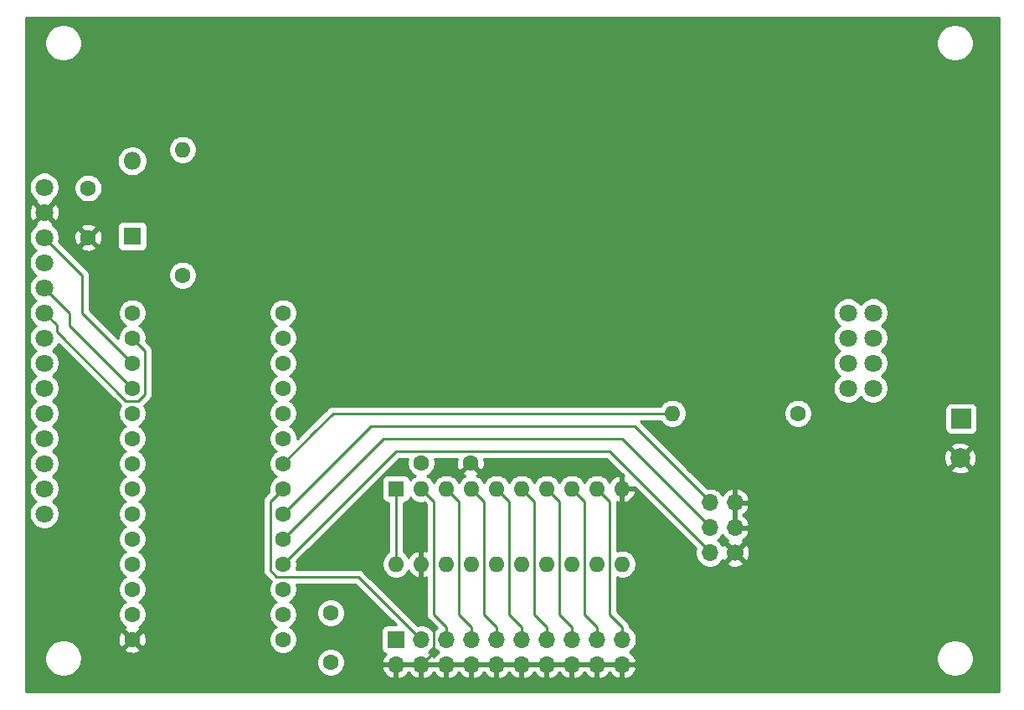
<source format=gbr>
%TF.GenerationSoftware,KiCad,Pcbnew,(5.1.10-1-10_14)*%
%TF.CreationDate,2022-08-05T12:13:03-05:00*%
%TF.ProjectId,Adam74,4164616d-3734-42e6-9b69-6361645f7063,rev?*%
%TF.SameCoordinates,Original*%
%TF.FileFunction,Copper,L2,Bot*%
%TF.FilePolarity,Positive*%
%FSLAX46Y46*%
G04 Gerber Fmt 4.6, Leading zero omitted, Abs format (unit mm)*
G04 Created by KiCad (PCBNEW (5.1.10-1-10_14)) date 2022-08-05 12:13:03*
%MOMM*%
%LPD*%
G01*
G04 APERTURE LIST*
%TA.AperFunction,ComponentPad*%
%ADD10C,1.800000*%
%TD*%
%TA.AperFunction,ComponentPad*%
%ADD11O,1.700000X1.700000*%
%TD*%
%TA.AperFunction,ComponentPad*%
%ADD12R,1.700000X1.700000*%
%TD*%
%TA.AperFunction,ComponentPad*%
%ADD13C,1.600000*%
%TD*%
%TA.AperFunction,ComponentPad*%
%ADD14C,1.700000*%
%TD*%
%TA.AperFunction,ComponentPad*%
%ADD15O,1.800000X1.800000*%
%TD*%
%TA.AperFunction,ComponentPad*%
%ADD16R,1.800000X1.800000*%
%TD*%
%TA.AperFunction,ComponentPad*%
%ADD17R,2.000000X2.000000*%
%TD*%
%TA.AperFunction,ComponentPad*%
%ADD18C,2.000000*%
%TD*%
%TA.AperFunction,ComponentPad*%
%ADD19O,1.600000X1.600000*%
%TD*%
%TA.AperFunction,ComponentPad*%
%ADD20R,1.600000X1.600000*%
%TD*%
%TA.AperFunction,Conductor*%
%ADD21C,0.250000*%
%TD*%
%TA.AperFunction,Conductor*%
%ADD22C,0.254000*%
%TD*%
%TA.AperFunction,Conductor*%
%ADD23C,0.100000*%
%TD*%
G04 APERTURE END LIST*
D10*
%TO.P,U3,18*%
%TO.N,Net-(U3-Pad18)*%
X191770000Y-99695000D03*
%TO.P,U3,17*%
%TO.N,Net-(U3-Pad17)*%
X191770000Y-102235000D03*
%TO.P,U3,16*%
%TO.N,Net-(U3-Pad16)*%
X191770000Y-104775000D03*
%TO.P,U3,15*%
%TO.N,Net-(U3-Pad15)*%
X191770000Y-107315000D03*
%TO.P,U3,14*%
%TO.N,Net-(U3-Pad14)*%
X110490000Y-120015000D03*
%TO.P,U3,13*%
%TO.N,Net-(U3-Pad13)*%
X110490000Y-117475000D03*
%TO.P,U3,12*%
%TO.N,Net-(U3-Pad12)*%
X110490000Y-114935000D03*
%TO.P,U3,11*%
%TO.N,Net-(U3-Pad11)*%
X110490000Y-112395000D03*
%TO.P,U3,10*%
%TO.N,Net-(U3-Pad10)*%
X110490000Y-109855000D03*
%TO.P,U3,9*%
%TO.N,/MISO*%
X110490000Y-107315000D03*
%TO.P,U3,8*%
%TO.N,Net-(R1-Pad1)*%
X110490000Y-104775000D03*
%TO.P,U3,7*%
%TO.N,/SCK*%
X110490000Y-102235000D03*
%TO.P,U3,6*%
%TO.N,/MOSI*%
X110490000Y-99695000D03*
%TO.P,U3,5*%
%TO.N,/DC*%
X110490000Y-97155000D03*
%TO.P,U3,4*%
%TO.N,/3V3*%
X110490000Y-94615000D03*
%TO.P,U3,3*%
%TO.N,/CS*%
X110490000Y-92075000D03*
%TO.P,U3,2*%
%TO.N,GND*%
X110490000Y-89535000D03*
%TO.P,U3,1*%
%TO.N,Net-(C3-Pad2)*%
X110490000Y-86995000D03*
%TD*%
D11*
%TO.P,J1,20*%
%TO.N,GND*%
X168910000Y-135255000D03*
%TO.P,J1,19*%
%TO.N,/D6*%
X168910000Y-132715000D03*
%TO.P,J1,18*%
%TO.N,GND*%
X166370000Y-135255000D03*
%TO.P,J1,17*%
%TO.N,/D5*%
X166370000Y-132715000D03*
%TO.P,J1,16*%
%TO.N,GND*%
X163830000Y-135255000D03*
%TO.P,J1,15*%
%TO.N,/D4*%
X163830000Y-132715000D03*
%TO.P,J1,14*%
%TO.N,GND*%
X161290000Y-135255000D03*
%TO.P,J1,13*%
%TO.N,/D3*%
X161290000Y-132715000D03*
%TO.P,J1,12*%
%TO.N,GND*%
X158750000Y-135255000D03*
%TO.P,J1,11*%
%TO.N,/D2*%
X158750000Y-132715000D03*
%TO.P,J1,10*%
%TO.N,GND*%
X156210000Y-135255000D03*
%TO.P,J1,9*%
%TO.N,/D1*%
X156210000Y-132715000D03*
%TO.P,J1,8*%
%TO.N,GND*%
X153670000Y-135255000D03*
%TO.P,J1,7*%
%TO.N,/D0*%
X153670000Y-132715000D03*
%TO.P,J1,6*%
%TO.N,GND*%
X151130000Y-135255000D03*
%TO.P,J1,5*%
%TO.N,/STROBE*%
X151130000Y-132715000D03*
%TO.P,J1,4*%
%TO.N,GND*%
X148590000Y-135255000D03*
%TO.P,J1,3*%
%TO.N,/BUSY*%
X148590000Y-132715000D03*
%TO.P,J1,2*%
%TO.N,GND*%
X146050000Y-135255000D03*
D12*
%TO.P,J1,1*%
%TO.N,/VCC*%
X146050000Y-132715000D03*
%TD*%
D13*
%TO.P,U1,1*%
%TO.N,GND*%
X119380000Y-132715000D03*
%TO.P,U1,2*%
%TO.N,Net-(U1-Pad2)*%
X119380000Y-130175000D03*
%TO.P,U1,3*%
%TO.N,Net-(U1-Pad3)*%
X119380000Y-127635000D03*
%TO.P,U1,4*%
%TO.N,/D0_3*%
X119380000Y-125095000D03*
%TO.P,U1,5*%
%TO.N,/D1_3*%
X119380000Y-122555000D03*
%TO.P,U1,6*%
%TO.N,/D2_3*%
X119380000Y-120015000D03*
%TO.P,U1,7*%
%TO.N,/D3_3*%
X119380000Y-117475000D03*
%TO.P,U1,8*%
%TO.N,/D4_3*%
X119380000Y-114935000D03*
%TO.P,U1,9*%
%TO.N,/D5_3*%
X119380000Y-112395000D03*
%TO.P,U1,10*%
%TO.N,/D6_3*%
X119380000Y-109855000D03*
%TO.P,U1,11*%
%TO.N,/DC*%
X119380000Y-107315000D03*
%TO.P,U1,12*%
%TO.N,/CS*%
X119380000Y-104775000D03*
%TO.P,U1,13*%
%TO.N,/MOSI*%
X119380000Y-102235000D03*
%TO.P,U1,33*%
%TO.N,/VCC*%
X134620000Y-132715000D03*
%TO.P,U1,32*%
%TO.N,Net-(C2-Pad1)*%
X134620000Y-130175000D03*
%TO.P,U1,31*%
%TO.N,/3V3*%
X134620000Y-127635000D03*
%TO.P,U1,30*%
%TO.N,Net-(J2-Pad2)*%
X134620000Y-125095000D03*
%TO.P,U1,29*%
%TO.N,Net-(J2-Pad4)*%
X134620000Y-122555000D03*
%TO.P,U1,28*%
%TO.N,Net-(J2-Pad6)*%
X134620000Y-120015000D03*
%TO.P,U1,27*%
%TO.N,/BUSY*%
X134620000Y-117475000D03*
%TO.P,U1,26*%
%TO.N,/SPKR*%
X134620000Y-114935000D03*
%TO.P,U1,25*%
%TO.N,Net-(U1-Pad25)*%
X134620000Y-112395000D03*
%TO.P,U1,24*%
%TO.N,Net-(U1-Pad24)*%
X134620000Y-109855000D03*
%TO.P,U1,23*%
%TO.N,Net-(U1-Pad23)*%
X134620000Y-107315000D03*
%TO.P,U1,22*%
%TO.N,Net-(U1-Pad22)*%
X134620000Y-104775000D03*
%TO.P,U1,21*%
%TO.N,/STRB_3*%
X134620000Y-102235000D03*
%TO.P,U1,14*%
%TO.N,/MISO*%
X119380000Y-99695000D03*
%TO.P,U1,20*%
%TO.N,/SCK*%
X134620000Y-99695000D03*
%TD*%
D11*
%TO.P,J2,6*%
%TO.N,Net-(J2-Pad6)*%
X177800000Y-118872000D03*
%TO.P,J2,5*%
%TO.N,GND*%
X180340000Y-118872000D03*
%TO.P,J2,4*%
%TO.N,Net-(J2-Pad4)*%
X177800000Y-121412000D03*
%TO.P,J2,3*%
%TO.N,GND*%
X180340000Y-121412000D03*
%TO.P,J2,2*%
%TO.N,Net-(J2-Pad2)*%
X177800000Y-123952000D03*
D14*
%TO.P,J2,1*%
%TO.N,GND*%
X180340000Y-123952000D03*
%TD*%
D10*
%TO.P,REF\u002A\u002A,4*%
%TO.N,N/C*%
X194310000Y-107315000D03*
%TO.P,REF\u002A\u002A,3*%
X194310000Y-104775000D03*
%TO.P,REF\u002A\u002A,2*%
X194310000Y-102235000D03*
%TO.P,REF\u002A\u002A,1*%
X194310000Y-99695000D03*
%TD*%
D15*
%TO.P,D1,2*%
%TO.N,/VCC*%
X119380000Y-84328000D03*
D16*
%TO.P,D1,1*%
%TO.N,Net-(C3-Pad2)*%
X119380000Y-91948000D03*
%TD*%
D17*
%TO.P,LS1,1*%
%TO.N,Net-(LS1-Pad1)*%
X203200000Y-110385000D03*
D18*
%TO.P,LS1,2*%
%TO.N,GND*%
X203100000Y-114385000D03*
%TD*%
D19*
%TO.P,R2,2*%
%TO.N,/SPKR*%
X173990000Y-109855000D03*
D13*
%TO.P,R2,1*%
%TO.N,Net-(LS1-Pad1)*%
X186690000Y-109855000D03*
%TD*%
%TO.P,C3,2*%
%TO.N,Net-(C3-Pad2)*%
X114935000Y-87075000D03*
%TO.P,C3,1*%
%TO.N,GND*%
X114935000Y-92075000D03*
%TD*%
%TO.P,C2,2*%
%TO.N,/VCC*%
X139446000Y-135048000D03*
%TO.P,C2,1*%
%TO.N,Net-(C2-Pad1)*%
X139446000Y-130048000D03*
%TD*%
%TO.P,C1,2*%
%TO.N,GND*%
X153590000Y-114855000D03*
%TO.P,C1,1*%
%TO.N,/3V3*%
X148590000Y-114855000D03*
%TD*%
D19*
%TO.P,R1,2*%
%TO.N,/VCC*%
X124460000Y-83185000D03*
D13*
%TO.P,R1,1*%
%TO.N,Net-(R1-Pad1)*%
X124460000Y-95885000D03*
%TD*%
D19*
%TO.P,U2,20*%
%TO.N,/3V3*%
X146050000Y-125095000D03*
%TO.P,U2,10*%
%TO.N,GND*%
X168910000Y-117475000D03*
%TO.P,U2,19*%
X148590000Y-125095000D03*
%TO.P,U2,9*%
%TO.N,/D6*%
X166370000Y-117475000D03*
%TO.P,U2,18*%
%TO.N,/STRB_3*%
X151130000Y-125095000D03*
%TO.P,U2,8*%
%TO.N,/D5*%
X163830000Y-117475000D03*
%TO.P,U2,17*%
%TO.N,/D0_3*%
X153670000Y-125095000D03*
%TO.P,U2,7*%
%TO.N,/D4*%
X161290000Y-117475000D03*
%TO.P,U2,16*%
%TO.N,/D1_3*%
X156210000Y-125095000D03*
%TO.P,U2,6*%
%TO.N,/D3*%
X158750000Y-117475000D03*
%TO.P,U2,15*%
%TO.N,/D2_3*%
X158750000Y-125095000D03*
%TO.P,U2,5*%
%TO.N,/D2*%
X156210000Y-117475000D03*
%TO.P,U2,14*%
%TO.N,/D3_3*%
X161290000Y-125095000D03*
%TO.P,U2,4*%
%TO.N,/D1*%
X153670000Y-117475000D03*
%TO.P,U2,13*%
%TO.N,/D4_3*%
X163830000Y-125095000D03*
%TO.P,U2,3*%
%TO.N,/D0*%
X151130000Y-117475000D03*
%TO.P,U2,12*%
%TO.N,/D5_3*%
X166370000Y-125095000D03*
%TO.P,U2,2*%
%TO.N,/STROBE*%
X148590000Y-117475000D03*
%TO.P,U2,11*%
%TO.N,/D6_3*%
X168910000Y-125095000D03*
D20*
%TO.P,U2,1*%
%TO.N,/3V3*%
X146050000Y-117475000D03*
%TD*%
D21*
%TO.N,/D3*%
X160020000Y-118745000D02*
X158750000Y-117475000D01*
X161290000Y-131445000D02*
X160020000Y-130175000D01*
X160020000Y-130175000D02*
X160020000Y-118745000D01*
X161290000Y-132715000D02*
X161290000Y-131445000D01*
%TO.N,/D2*%
X157480000Y-130175000D02*
X157480000Y-118745000D01*
X157480000Y-118745000D02*
X156210000Y-117475000D01*
X158750000Y-131445000D02*
X157480000Y-130175000D01*
X158750000Y-132715000D02*
X158750000Y-131445000D01*
%TO.N,/D1*%
X154940000Y-118745000D02*
X153670000Y-117475000D01*
X154940000Y-130175000D02*
X154940000Y-118745000D01*
X156210000Y-131445000D02*
X154940000Y-130175000D01*
X156210000Y-132715000D02*
X156210000Y-131445000D01*
%TO.N,/D6*%
X167640000Y-118745000D02*
X166370000Y-117475000D01*
X168910000Y-131445000D02*
X167640000Y-130175000D01*
X167640000Y-130175000D02*
X167640000Y-118745000D01*
X168910000Y-132715000D02*
X168910000Y-131445000D01*
%TO.N,/D0*%
X152400000Y-130175000D02*
X152400000Y-118745000D01*
X153670000Y-131445000D02*
X152400000Y-130175000D01*
X152400000Y-118745000D02*
X151130000Y-117475000D01*
X153670000Y-132715000D02*
X153670000Y-131445000D01*
%TO.N,/D5*%
X165100000Y-118745000D02*
X163830000Y-117475000D01*
X166370000Y-131445000D02*
X165100000Y-130175000D01*
X165100000Y-130175000D02*
X165100000Y-118745000D01*
X166370000Y-132715000D02*
X166370000Y-131445000D01*
%TO.N,/D4*%
X162560000Y-130175000D02*
X162560000Y-118745000D01*
X162560000Y-118745000D02*
X161290000Y-117475000D01*
X163830000Y-131445000D02*
X162560000Y-130175000D01*
X163830000Y-132715000D02*
X163830000Y-131445000D01*
%TO.N,/3V3*%
X146050000Y-117475000D02*
X146050000Y-125095000D01*
%TO.N,/STROBE*%
X151130000Y-132715000D02*
X151130000Y-131445000D01*
X151130000Y-131445000D02*
X149860000Y-130175000D01*
X149860000Y-130175000D02*
X149860000Y-118745000D01*
X149860000Y-118745000D02*
X148590000Y-117475000D01*
%TO.N,GND*%
X148590000Y-135255000D02*
X149860000Y-133985000D01*
X149860000Y-133985000D02*
X149860000Y-131445000D01*
X149860000Y-131445000D02*
X148590000Y-130175000D01*
X148590000Y-130175000D02*
X148590000Y-125095000D01*
%TO.N,/SPKR*%
X134620000Y-114935000D02*
X137795000Y-111760000D01*
X173990000Y-109855000D02*
X139700000Y-109855000D01*
X139700000Y-109855000D02*
X137795000Y-111760000D01*
%TO.N,/DC*%
X113030000Y-100965000D02*
X119380000Y-107315000D01*
X113030000Y-99695000D02*
X113030000Y-100965000D01*
X110490000Y-97155000D02*
X113030000Y-99695000D01*
%TO.N,/CS*%
X114300000Y-95885000D02*
X114300000Y-99695000D01*
X114300000Y-99695000D02*
X119380000Y-104775000D01*
X110490000Y-92075000D02*
X114300000Y-95885000D01*
%TO.N,/MOSI*%
X111577001Y-100782001D02*
X110490000Y-99695000D01*
X111760000Y-100965000D02*
X111577001Y-100782001D01*
X111760000Y-101600000D02*
X111760000Y-100965000D01*
X118745000Y-108585000D02*
X111760000Y-101600000D01*
X120015000Y-108585000D02*
X118745000Y-108585000D01*
X120650000Y-107950000D02*
X120015000Y-108585000D01*
X120650000Y-103505000D02*
X120650000Y-107950000D01*
X119380000Y-102235000D02*
X120650000Y-103505000D01*
%TO.N,/BUSY*%
X133350000Y-118745000D02*
X134620000Y-117475000D01*
X133350000Y-125730000D02*
X133350000Y-118745000D01*
X133985000Y-126365000D02*
X133350000Y-125730000D01*
X142240000Y-126365000D02*
X133985000Y-126365000D01*
X148590000Y-132715000D02*
X142240000Y-126365000D01*
%TO.N,Net-(J2-Pad6)*%
X134620000Y-120015000D02*
X143510000Y-111125000D01*
X177800000Y-118745000D02*
X170180000Y-111125000D01*
X170180000Y-111125000D02*
X143510000Y-111125000D01*
%TO.N,Net-(J2-Pad4)*%
X134620000Y-122555000D02*
X144780000Y-112395000D01*
X177800000Y-121285000D02*
X168910000Y-112395000D01*
X144780000Y-112395000D02*
X168910000Y-112395000D01*
%TO.N,Net-(J2-Pad2)*%
X167640000Y-113665000D02*
X177800000Y-123825000D01*
X146050000Y-113665000D02*
X167640000Y-113665000D01*
X134620000Y-125095000D02*
X146050000Y-113665000D01*
%TD*%
D22*
%TO.N,GND*%
X206985001Y-138024000D02*
X108610000Y-138024000D01*
X108610000Y-134434344D01*
X110510000Y-134434344D01*
X110510000Y-134805656D01*
X110582439Y-135169834D01*
X110724534Y-135512882D01*
X110930825Y-135821618D01*
X111193382Y-136084175D01*
X111502118Y-136290466D01*
X111845166Y-136432561D01*
X112209344Y-136505000D01*
X112580656Y-136505000D01*
X112944834Y-136432561D01*
X113287882Y-136290466D01*
X113596618Y-136084175D01*
X113859175Y-135821618D01*
X114065466Y-135512882D01*
X114207561Y-135169834D01*
X114259908Y-134906665D01*
X138011000Y-134906665D01*
X138011000Y-135189335D01*
X138066147Y-135466574D01*
X138174320Y-135727727D01*
X138331363Y-135962759D01*
X138531241Y-136162637D01*
X138766273Y-136319680D01*
X139027426Y-136427853D01*
X139304665Y-136483000D01*
X139587335Y-136483000D01*
X139864574Y-136427853D01*
X140125727Y-136319680D01*
X140360759Y-136162637D01*
X140560637Y-135962759D01*
X140717680Y-135727727D01*
X140765660Y-135611891D01*
X144608519Y-135611891D01*
X144705843Y-135886252D01*
X144854822Y-136136355D01*
X145049731Y-136352588D01*
X145283080Y-136526641D01*
X145545901Y-136651825D01*
X145693110Y-136696476D01*
X145923000Y-136575155D01*
X145923000Y-135382000D01*
X146177000Y-135382000D01*
X146177000Y-136575155D01*
X146406890Y-136696476D01*
X146554099Y-136651825D01*
X146816920Y-136526641D01*
X147050269Y-136352588D01*
X147245178Y-136136355D01*
X147320000Y-136010745D01*
X147394822Y-136136355D01*
X147589731Y-136352588D01*
X147823080Y-136526641D01*
X148085901Y-136651825D01*
X148233110Y-136696476D01*
X148463000Y-136575155D01*
X148463000Y-135382000D01*
X148717000Y-135382000D01*
X148717000Y-136575155D01*
X148946890Y-136696476D01*
X149094099Y-136651825D01*
X149356920Y-136526641D01*
X149590269Y-136352588D01*
X149785178Y-136136355D01*
X149860000Y-136010745D01*
X149934822Y-136136355D01*
X150129731Y-136352588D01*
X150363080Y-136526641D01*
X150625901Y-136651825D01*
X150773110Y-136696476D01*
X151003000Y-136575155D01*
X151003000Y-135382000D01*
X151257000Y-135382000D01*
X151257000Y-136575155D01*
X151486890Y-136696476D01*
X151634099Y-136651825D01*
X151896920Y-136526641D01*
X152130269Y-136352588D01*
X152325178Y-136136355D01*
X152400000Y-136010745D01*
X152474822Y-136136355D01*
X152669731Y-136352588D01*
X152903080Y-136526641D01*
X153165901Y-136651825D01*
X153313110Y-136696476D01*
X153543000Y-136575155D01*
X153543000Y-135382000D01*
X153797000Y-135382000D01*
X153797000Y-136575155D01*
X154026890Y-136696476D01*
X154174099Y-136651825D01*
X154436920Y-136526641D01*
X154670269Y-136352588D01*
X154865178Y-136136355D01*
X154940000Y-136010745D01*
X155014822Y-136136355D01*
X155209731Y-136352588D01*
X155443080Y-136526641D01*
X155705901Y-136651825D01*
X155853110Y-136696476D01*
X156083000Y-136575155D01*
X156083000Y-135382000D01*
X156337000Y-135382000D01*
X156337000Y-136575155D01*
X156566890Y-136696476D01*
X156714099Y-136651825D01*
X156976920Y-136526641D01*
X157210269Y-136352588D01*
X157405178Y-136136355D01*
X157480000Y-136010745D01*
X157554822Y-136136355D01*
X157749731Y-136352588D01*
X157983080Y-136526641D01*
X158245901Y-136651825D01*
X158393110Y-136696476D01*
X158623000Y-136575155D01*
X158623000Y-135382000D01*
X158877000Y-135382000D01*
X158877000Y-136575155D01*
X159106890Y-136696476D01*
X159254099Y-136651825D01*
X159516920Y-136526641D01*
X159750269Y-136352588D01*
X159945178Y-136136355D01*
X160020000Y-136010745D01*
X160094822Y-136136355D01*
X160289731Y-136352588D01*
X160523080Y-136526641D01*
X160785901Y-136651825D01*
X160933110Y-136696476D01*
X161163000Y-136575155D01*
X161163000Y-135382000D01*
X161417000Y-135382000D01*
X161417000Y-136575155D01*
X161646890Y-136696476D01*
X161794099Y-136651825D01*
X162056920Y-136526641D01*
X162290269Y-136352588D01*
X162485178Y-136136355D01*
X162560000Y-136010745D01*
X162634822Y-136136355D01*
X162829731Y-136352588D01*
X163063080Y-136526641D01*
X163325901Y-136651825D01*
X163473110Y-136696476D01*
X163703000Y-136575155D01*
X163703000Y-135382000D01*
X163957000Y-135382000D01*
X163957000Y-136575155D01*
X164186890Y-136696476D01*
X164334099Y-136651825D01*
X164596920Y-136526641D01*
X164830269Y-136352588D01*
X165025178Y-136136355D01*
X165100000Y-136010745D01*
X165174822Y-136136355D01*
X165369731Y-136352588D01*
X165603080Y-136526641D01*
X165865901Y-136651825D01*
X166013110Y-136696476D01*
X166243000Y-136575155D01*
X166243000Y-135382000D01*
X166497000Y-135382000D01*
X166497000Y-136575155D01*
X166726890Y-136696476D01*
X166874099Y-136651825D01*
X167136920Y-136526641D01*
X167370269Y-136352588D01*
X167565178Y-136136355D01*
X167640000Y-136010745D01*
X167714822Y-136136355D01*
X167909731Y-136352588D01*
X168143080Y-136526641D01*
X168405901Y-136651825D01*
X168553110Y-136696476D01*
X168783000Y-136575155D01*
X168783000Y-135382000D01*
X169037000Y-135382000D01*
X169037000Y-136575155D01*
X169266890Y-136696476D01*
X169414099Y-136651825D01*
X169676920Y-136526641D01*
X169910269Y-136352588D01*
X170105178Y-136136355D01*
X170254157Y-135886252D01*
X170351481Y-135611891D01*
X170230814Y-135382000D01*
X169037000Y-135382000D01*
X168783000Y-135382000D01*
X166497000Y-135382000D01*
X166243000Y-135382000D01*
X163957000Y-135382000D01*
X163703000Y-135382000D01*
X161417000Y-135382000D01*
X161163000Y-135382000D01*
X158877000Y-135382000D01*
X158623000Y-135382000D01*
X156337000Y-135382000D01*
X156083000Y-135382000D01*
X153797000Y-135382000D01*
X153543000Y-135382000D01*
X151257000Y-135382000D01*
X151003000Y-135382000D01*
X148717000Y-135382000D01*
X148463000Y-135382000D01*
X146177000Y-135382000D01*
X145923000Y-135382000D01*
X144729186Y-135382000D01*
X144608519Y-135611891D01*
X140765660Y-135611891D01*
X140825853Y-135466574D01*
X140881000Y-135189335D01*
X140881000Y-134906665D01*
X140825853Y-134629426D01*
X140717680Y-134368273D01*
X140560637Y-134133241D01*
X140360759Y-133933363D01*
X140125727Y-133776320D01*
X139864574Y-133668147D01*
X139587335Y-133613000D01*
X139304665Y-133613000D01*
X139027426Y-133668147D01*
X138766273Y-133776320D01*
X138531241Y-133933363D01*
X138331363Y-134133241D01*
X138174320Y-134368273D01*
X138066147Y-134629426D01*
X138011000Y-134906665D01*
X114259908Y-134906665D01*
X114280000Y-134805656D01*
X114280000Y-134434344D01*
X114207561Y-134070166D01*
X114065466Y-133727118D01*
X114052493Y-133707702D01*
X118566903Y-133707702D01*
X118638486Y-133951671D01*
X118893996Y-134072571D01*
X119168184Y-134141300D01*
X119450512Y-134155217D01*
X119730130Y-134113787D01*
X119996292Y-134018603D01*
X120121514Y-133951671D01*
X120193097Y-133707702D01*
X119380000Y-132894605D01*
X118566903Y-133707702D01*
X114052493Y-133707702D01*
X113859175Y-133418382D01*
X113596618Y-133155825D01*
X113287882Y-132949534D01*
X112944834Y-132807439D01*
X112834599Y-132785512D01*
X117939783Y-132785512D01*
X117981213Y-133065130D01*
X118076397Y-133331292D01*
X118143329Y-133456514D01*
X118387298Y-133528097D01*
X119200395Y-132715000D01*
X119559605Y-132715000D01*
X120372702Y-133528097D01*
X120616671Y-133456514D01*
X120737571Y-133201004D01*
X120806300Y-132926816D01*
X120820217Y-132644488D01*
X120778787Y-132364870D01*
X120683603Y-132098708D01*
X120616671Y-131973486D01*
X120372702Y-131901903D01*
X119559605Y-132715000D01*
X119200395Y-132715000D01*
X118387298Y-131901903D01*
X118143329Y-131973486D01*
X118022429Y-132228996D01*
X117953700Y-132503184D01*
X117939783Y-132785512D01*
X112834599Y-132785512D01*
X112580656Y-132735000D01*
X112209344Y-132735000D01*
X111845166Y-132807439D01*
X111502118Y-132949534D01*
X111193382Y-133155825D01*
X110930825Y-133418382D01*
X110724534Y-133727118D01*
X110582439Y-134070166D01*
X110510000Y-134434344D01*
X108610000Y-134434344D01*
X108610000Y-91923816D01*
X108955000Y-91923816D01*
X108955000Y-92226184D01*
X109013989Y-92522743D01*
X109129701Y-92802095D01*
X109297688Y-93053505D01*
X109511495Y-93267312D01*
X109627763Y-93345000D01*
X109511495Y-93422688D01*
X109297688Y-93636495D01*
X109129701Y-93887905D01*
X109013989Y-94167257D01*
X108955000Y-94463816D01*
X108955000Y-94766184D01*
X109013989Y-95062743D01*
X109129701Y-95342095D01*
X109297688Y-95593505D01*
X109511495Y-95807312D01*
X109627763Y-95885000D01*
X109511495Y-95962688D01*
X109297688Y-96176495D01*
X109129701Y-96427905D01*
X109013989Y-96707257D01*
X108955000Y-97003816D01*
X108955000Y-97306184D01*
X109013989Y-97602743D01*
X109129701Y-97882095D01*
X109297688Y-98133505D01*
X109511495Y-98347312D01*
X109627763Y-98425000D01*
X109511495Y-98502688D01*
X109297688Y-98716495D01*
X109129701Y-98967905D01*
X109013989Y-99247257D01*
X108955000Y-99543816D01*
X108955000Y-99846184D01*
X109013989Y-100142743D01*
X109129701Y-100422095D01*
X109297688Y-100673505D01*
X109511495Y-100887312D01*
X109627763Y-100965000D01*
X109511495Y-101042688D01*
X109297688Y-101256495D01*
X109129701Y-101507905D01*
X109013989Y-101787257D01*
X108955000Y-102083816D01*
X108955000Y-102386184D01*
X109013989Y-102682743D01*
X109129701Y-102962095D01*
X109297688Y-103213505D01*
X109511495Y-103427312D01*
X109627763Y-103505000D01*
X109511495Y-103582688D01*
X109297688Y-103796495D01*
X109129701Y-104047905D01*
X109013989Y-104327257D01*
X108955000Y-104623816D01*
X108955000Y-104926184D01*
X109013989Y-105222743D01*
X109129701Y-105502095D01*
X109297688Y-105753505D01*
X109511495Y-105967312D01*
X109627763Y-106045000D01*
X109511495Y-106122688D01*
X109297688Y-106336495D01*
X109129701Y-106587905D01*
X109013989Y-106867257D01*
X108955000Y-107163816D01*
X108955000Y-107466184D01*
X109013989Y-107762743D01*
X109129701Y-108042095D01*
X109297688Y-108293505D01*
X109511495Y-108507312D01*
X109627763Y-108585000D01*
X109511495Y-108662688D01*
X109297688Y-108876495D01*
X109129701Y-109127905D01*
X109013989Y-109407257D01*
X108955000Y-109703816D01*
X108955000Y-110006184D01*
X109013989Y-110302743D01*
X109129701Y-110582095D01*
X109297688Y-110833505D01*
X109511495Y-111047312D01*
X109627763Y-111125000D01*
X109511495Y-111202688D01*
X109297688Y-111416495D01*
X109129701Y-111667905D01*
X109013989Y-111947257D01*
X108955000Y-112243816D01*
X108955000Y-112546184D01*
X109013989Y-112842743D01*
X109129701Y-113122095D01*
X109297688Y-113373505D01*
X109511495Y-113587312D01*
X109627763Y-113665000D01*
X109511495Y-113742688D01*
X109297688Y-113956495D01*
X109129701Y-114207905D01*
X109013989Y-114487257D01*
X108955000Y-114783816D01*
X108955000Y-115086184D01*
X109013989Y-115382743D01*
X109129701Y-115662095D01*
X109297688Y-115913505D01*
X109511495Y-116127312D01*
X109627763Y-116205000D01*
X109511495Y-116282688D01*
X109297688Y-116496495D01*
X109129701Y-116747905D01*
X109013989Y-117027257D01*
X108955000Y-117323816D01*
X108955000Y-117626184D01*
X109013989Y-117922743D01*
X109129701Y-118202095D01*
X109297688Y-118453505D01*
X109511495Y-118667312D01*
X109627763Y-118745000D01*
X109511495Y-118822688D01*
X109297688Y-119036495D01*
X109129701Y-119287905D01*
X109013989Y-119567257D01*
X108955000Y-119863816D01*
X108955000Y-120166184D01*
X109013989Y-120462743D01*
X109129701Y-120742095D01*
X109297688Y-120993505D01*
X109511495Y-121207312D01*
X109762905Y-121375299D01*
X110042257Y-121491011D01*
X110338816Y-121550000D01*
X110641184Y-121550000D01*
X110937743Y-121491011D01*
X111217095Y-121375299D01*
X111468505Y-121207312D01*
X111682312Y-120993505D01*
X111850299Y-120742095D01*
X111966011Y-120462743D01*
X112025000Y-120166184D01*
X112025000Y-119863816D01*
X111966011Y-119567257D01*
X111850299Y-119287905D01*
X111682312Y-119036495D01*
X111468505Y-118822688D01*
X111352237Y-118745000D01*
X111468505Y-118667312D01*
X111682312Y-118453505D01*
X111850299Y-118202095D01*
X111966011Y-117922743D01*
X112025000Y-117626184D01*
X112025000Y-117323816D01*
X111966011Y-117027257D01*
X111850299Y-116747905D01*
X111682312Y-116496495D01*
X111468505Y-116282688D01*
X111352237Y-116205000D01*
X111468505Y-116127312D01*
X111682312Y-115913505D01*
X111850299Y-115662095D01*
X111966011Y-115382743D01*
X112025000Y-115086184D01*
X112025000Y-114783816D01*
X111966011Y-114487257D01*
X111850299Y-114207905D01*
X111682312Y-113956495D01*
X111468505Y-113742688D01*
X111352237Y-113665000D01*
X111468505Y-113587312D01*
X111682312Y-113373505D01*
X111850299Y-113122095D01*
X111966011Y-112842743D01*
X112025000Y-112546184D01*
X112025000Y-112243816D01*
X111966011Y-111947257D01*
X111850299Y-111667905D01*
X111682312Y-111416495D01*
X111468505Y-111202688D01*
X111352237Y-111125000D01*
X111468505Y-111047312D01*
X111682312Y-110833505D01*
X111850299Y-110582095D01*
X111966011Y-110302743D01*
X112025000Y-110006184D01*
X112025000Y-109703816D01*
X111966011Y-109407257D01*
X111850299Y-109127905D01*
X111682312Y-108876495D01*
X111468505Y-108662688D01*
X111352237Y-108585000D01*
X111468505Y-108507312D01*
X111682312Y-108293505D01*
X111850299Y-108042095D01*
X111966011Y-107762743D01*
X112025000Y-107466184D01*
X112025000Y-107163816D01*
X111966011Y-106867257D01*
X111850299Y-106587905D01*
X111682312Y-106336495D01*
X111468505Y-106122688D01*
X111352237Y-106045000D01*
X111468505Y-105967312D01*
X111682312Y-105753505D01*
X111850299Y-105502095D01*
X111966011Y-105222743D01*
X112025000Y-104926184D01*
X112025000Y-104623816D01*
X111966011Y-104327257D01*
X111850299Y-104047905D01*
X111682312Y-103796495D01*
X111468505Y-103582688D01*
X111352237Y-103505000D01*
X111468505Y-103427312D01*
X111682312Y-103213505D01*
X111850299Y-102962095D01*
X111907998Y-102822799D01*
X118169263Y-109084065D01*
X118108320Y-109175273D01*
X118000147Y-109436426D01*
X117945000Y-109713665D01*
X117945000Y-109996335D01*
X118000147Y-110273574D01*
X118108320Y-110534727D01*
X118265363Y-110769759D01*
X118465241Y-110969637D01*
X118697759Y-111125000D01*
X118465241Y-111280363D01*
X118265363Y-111480241D01*
X118108320Y-111715273D01*
X118000147Y-111976426D01*
X117945000Y-112253665D01*
X117945000Y-112536335D01*
X118000147Y-112813574D01*
X118108320Y-113074727D01*
X118265363Y-113309759D01*
X118465241Y-113509637D01*
X118697759Y-113665000D01*
X118465241Y-113820363D01*
X118265363Y-114020241D01*
X118108320Y-114255273D01*
X118000147Y-114516426D01*
X117945000Y-114793665D01*
X117945000Y-115076335D01*
X118000147Y-115353574D01*
X118108320Y-115614727D01*
X118265363Y-115849759D01*
X118465241Y-116049637D01*
X118697759Y-116205000D01*
X118465241Y-116360363D01*
X118265363Y-116560241D01*
X118108320Y-116795273D01*
X118000147Y-117056426D01*
X117945000Y-117333665D01*
X117945000Y-117616335D01*
X118000147Y-117893574D01*
X118108320Y-118154727D01*
X118265363Y-118389759D01*
X118465241Y-118589637D01*
X118697759Y-118745000D01*
X118465241Y-118900363D01*
X118265363Y-119100241D01*
X118108320Y-119335273D01*
X118000147Y-119596426D01*
X117945000Y-119873665D01*
X117945000Y-120156335D01*
X118000147Y-120433574D01*
X118108320Y-120694727D01*
X118265363Y-120929759D01*
X118465241Y-121129637D01*
X118697759Y-121285000D01*
X118465241Y-121440363D01*
X118265363Y-121640241D01*
X118108320Y-121875273D01*
X118000147Y-122136426D01*
X117945000Y-122413665D01*
X117945000Y-122696335D01*
X118000147Y-122973574D01*
X118108320Y-123234727D01*
X118265363Y-123469759D01*
X118465241Y-123669637D01*
X118697759Y-123825000D01*
X118465241Y-123980363D01*
X118265363Y-124180241D01*
X118108320Y-124415273D01*
X118000147Y-124676426D01*
X117945000Y-124953665D01*
X117945000Y-125236335D01*
X118000147Y-125513574D01*
X118108320Y-125774727D01*
X118265363Y-126009759D01*
X118465241Y-126209637D01*
X118697759Y-126365000D01*
X118465241Y-126520363D01*
X118265363Y-126720241D01*
X118108320Y-126955273D01*
X118000147Y-127216426D01*
X117945000Y-127493665D01*
X117945000Y-127776335D01*
X118000147Y-128053574D01*
X118108320Y-128314727D01*
X118265363Y-128549759D01*
X118465241Y-128749637D01*
X118697759Y-128905000D01*
X118465241Y-129060363D01*
X118265363Y-129260241D01*
X118108320Y-129495273D01*
X118000147Y-129756426D01*
X117945000Y-130033665D01*
X117945000Y-130316335D01*
X118000147Y-130593574D01*
X118108320Y-130854727D01*
X118265363Y-131089759D01*
X118465241Y-131289637D01*
X118699128Y-131445915D01*
X118638486Y-131478329D01*
X118566903Y-131722298D01*
X119380000Y-132535395D01*
X120193097Y-131722298D01*
X120121514Y-131478329D01*
X120057008Y-131447806D01*
X120059727Y-131446680D01*
X120294759Y-131289637D01*
X120494637Y-131089759D01*
X120651680Y-130854727D01*
X120759853Y-130593574D01*
X120815000Y-130316335D01*
X120815000Y-130033665D01*
X120759853Y-129756426D01*
X120651680Y-129495273D01*
X120494637Y-129260241D01*
X120294759Y-129060363D01*
X120062241Y-128905000D01*
X120294759Y-128749637D01*
X120494637Y-128549759D01*
X120651680Y-128314727D01*
X120759853Y-128053574D01*
X120815000Y-127776335D01*
X120815000Y-127493665D01*
X120759853Y-127216426D01*
X120651680Y-126955273D01*
X120494637Y-126720241D01*
X120294759Y-126520363D01*
X120062241Y-126365000D01*
X120294759Y-126209637D01*
X120494637Y-126009759D01*
X120651680Y-125774727D01*
X120759853Y-125513574D01*
X120815000Y-125236335D01*
X120815000Y-124953665D01*
X120759853Y-124676426D01*
X120651680Y-124415273D01*
X120494637Y-124180241D01*
X120294759Y-123980363D01*
X120062241Y-123825000D01*
X120294759Y-123669637D01*
X120494637Y-123469759D01*
X120651680Y-123234727D01*
X120759853Y-122973574D01*
X120815000Y-122696335D01*
X120815000Y-122413665D01*
X120759853Y-122136426D01*
X120651680Y-121875273D01*
X120494637Y-121640241D01*
X120294759Y-121440363D01*
X120062241Y-121285000D01*
X120294759Y-121129637D01*
X120494637Y-120929759D01*
X120651680Y-120694727D01*
X120759853Y-120433574D01*
X120815000Y-120156335D01*
X120815000Y-119873665D01*
X120759853Y-119596426D01*
X120651680Y-119335273D01*
X120494637Y-119100241D01*
X120294759Y-118900363D01*
X120062241Y-118745000D01*
X132586324Y-118745000D01*
X132590001Y-118782332D01*
X132590000Y-125692677D01*
X132586324Y-125730000D01*
X132590000Y-125767322D01*
X132590000Y-125767332D01*
X132600997Y-125878985D01*
X132622579Y-125950131D01*
X132644454Y-126022246D01*
X132715026Y-126154276D01*
X132752551Y-126200000D01*
X132809999Y-126270001D01*
X132839002Y-126293803D01*
X133409263Y-126864065D01*
X133348320Y-126955273D01*
X133240147Y-127216426D01*
X133185000Y-127493665D01*
X133185000Y-127776335D01*
X133240147Y-128053574D01*
X133348320Y-128314727D01*
X133505363Y-128549759D01*
X133705241Y-128749637D01*
X133937759Y-128905000D01*
X133705241Y-129060363D01*
X133505363Y-129260241D01*
X133348320Y-129495273D01*
X133240147Y-129756426D01*
X133185000Y-130033665D01*
X133185000Y-130316335D01*
X133240147Y-130593574D01*
X133348320Y-130854727D01*
X133505363Y-131089759D01*
X133705241Y-131289637D01*
X133937759Y-131445000D01*
X133705241Y-131600363D01*
X133505363Y-131800241D01*
X133348320Y-132035273D01*
X133240147Y-132296426D01*
X133185000Y-132573665D01*
X133185000Y-132856335D01*
X133240147Y-133133574D01*
X133348320Y-133394727D01*
X133505363Y-133629759D01*
X133705241Y-133829637D01*
X133940273Y-133986680D01*
X134201426Y-134094853D01*
X134478665Y-134150000D01*
X134761335Y-134150000D01*
X135038574Y-134094853D01*
X135299727Y-133986680D01*
X135534759Y-133829637D01*
X135734637Y-133629759D01*
X135891680Y-133394727D01*
X135999853Y-133133574D01*
X136055000Y-132856335D01*
X136055000Y-132573665D01*
X135999853Y-132296426D01*
X135891680Y-132035273D01*
X135734637Y-131800241D01*
X135534759Y-131600363D01*
X135302241Y-131445000D01*
X135534759Y-131289637D01*
X135734637Y-131089759D01*
X135891680Y-130854727D01*
X135999853Y-130593574D01*
X136055000Y-130316335D01*
X136055000Y-130033665D01*
X136029738Y-129906665D01*
X138011000Y-129906665D01*
X138011000Y-130189335D01*
X138066147Y-130466574D01*
X138174320Y-130727727D01*
X138331363Y-130962759D01*
X138531241Y-131162637D01*
X138766273Y-131319680D01*
X139027426Y-131427853D01*
X139304665Y-131483000D01*
X139587335Y-131483000D01*
X139864574Y-131427853D01*
X140125727Y-131319680D01*
X140360759Y-131162637D01*
X140560637Y-130962759D01*
X140717680Y-130727727D01*
X140825853Y-130466574D01*
X140881000Y-130189335D01*
X140881000Y-129906665D01*
X140825853Y-129629426D01*
X140717680Y-129368273D01*
X140560637Y-129133241D01*
X140360759Y-128933363D01*
X140125727Y-128776320D01*
X139864574Y-128668147D01*
X139587335Y-128613000D01*
X139304665Y-128613000D01*
X139027426Y-128668147D01*
X138766273Y-128776320D01*
X138531241Y-128933363D01*
X138331363Y-129133241D01*
X138174320Y-129368273D01*
X138066147Y-129629426D01*
X138011000Y-129906665D01*
X136029738Y-129906665D01*
X135999853Y-129756426D01*
X135891680Y-129495273D01*
X135734637Y-129260241D01*
X135534759Y-129060363D01*
X135302241Y-128905000D01*
X135534759Y-128749637D01*
X135734637Y-128549759D01*
X135891680Y-128314727D01*
X135999853Y-128053574D01*
X136055000Y-127776335D01*
X136055000Y-127493665D01*
X135999853Y-127216426D01*
X135961983Y-127125000D01*
X141925199Y-127125000D01*
X146027126Y-131226928D01*
X145200000Y-131226928D01*
X145075518Y-131239188D01*
X144955820Y-131275498D01*
X144845506Y-131334463D01*
X144748815Y-131413815D01*
X144669463Y-131510506D01*
X144610498Y-131620820D01*
X144574188Y-131740518D01*
X144561928Y-131865000D01*
X144561928Y-133565000D01*
X144574188Y-133689482D01*
X144610498Y-133809180D01*
X144669463Y-133919494D01*
X144748815Y-134016185D01*
X144845506Y-134095537D01*
X144955820Y-134154502D01*
X145031626Y-134177498D01*
X144854822Y-134373645D01*
X144705843Y-134623748D01*
X144608519Y-134898109D01*
X144729186Y-135128000D01*
X145923000Y-135128000D01*
X145923000Y-135108000D01*
X146177000Y-135108000D01*
X146177000Y-135128000D01*
X148463000Y-135128000D01*
X148463000Y-135108000D01*
X148717000Y-135108000D01*
X148717000Y-135128000D01*
X151003000Y-135128000D01*
X151003000Y-135108000D01*
X151257000Y-135108000D01*
X151257000Y-135128000D01*
X153543000Y-135128000D01*
X153543000Y-135108000D01*
X153797000Y-135108000D01*
X153797000Y-135128000D01*
X156083000Y-135128000D01*
X156083000Y-135108000D01*
X156337000Y-135108000D01*
X156337000Y-135128000D01*
X158623000Y-135128000D01*
X158623000Y-135108000D01*
X158877000Y-135108000D01*
X158877000Y-135128000D01*
X161163000Y-135128000D01*
X161163000Y-135108000D01*
X161417000Y-135108000D01*
X161417000Y-135128000D01*
X163703000Y-135128000D01*
X163703000Y-135108000D01*
X163957000Y-135108000D01*
X163957000Y-135128000D01*
X166243000Y-135128000D01*
X166243000Y-135108000D01*
X166497000Y-135108000D01*
X166497000Y-135128000D01*
X168783000Y-135128000D01*
X168783000Y-135108000D01*
X169037000Y-135108000D01*
X169037000Y-135128000D01*
X170230814Y-135128000D01*
X170351481Y-134898109D01*
X170254157Y-134623748D01*
X170141335Y-134434344D01*
X200680000Y-134434344D01*
X200680000Y-134805656D01*
X200752439Y-135169834D01*
X200894534Y-135512882D01*
X201100825Y-135821618D01*
X201363382Y-136084175D01*
X201672118Y-136290466D01*
X202015166Y-136432561D01*
X202379344Y-136505000D01*
X202750656Y-136505000D01*
X203114834Y-136432561D01*
X203457882Y-136290466D01*
X203766618Y-136084175D01*
X204029175Y-135821618D01*
X204235466Y-135512882D01*
X204377561Y-135169834D01*
X204450000Y-134805656D01*
X204450000Y-134434344D01*
X204377561Y-134070166D01*
X204235466Y-133727118D01*
X204029175Y-133418382D01*
X203766618Y-133155825D01*
X203457882Y-132949534D01*
X203114834Y-132807439D01*
X202750656Y-132735000D01*
X202379344Y-132735000D01*
X202015166Y-132807439D01*
X201672118Y-132949534D01*
X201363382Y-133155825D01*
X201100825Y-133418382D01*
X200894534Y-133727118D01*
X200752439Y-134070166D01*
X200680000Y-134434344D01*
X170141335Y-134434344D01*
X170105178Y-134373645D01*
X169910269Y-134157412D01*
X169680594Y-133986100D01*
X169856632Y-133868475D01*
X170063475Y-133661632D01*
X170225990Y-133418411D01*
X170337932Y-133148158D01*
X170395000Y-132861260D01*
X170395000Y-132568740D01*
X170337932Y-132281842D01*
X170225990Y-132011589D01*
X170063475Y-131768368D01*
X169856632Y-131561525D01*
X169673073Y-131438875D01*
X169670000Y-131407676D01*
X169670000Y-131407667D01*
X169659003Y-131296014D01*
X169615546Y-131152753D01*
X169544974Y-131020724D01*
X169450001Y-130904999D01*
X169421003Y-130881201D01*
X168400000Y-129860199D01*
X168400000Y-126436983D01*
X168491426Y-126474853D01*
X168768665Y-126530000D01*
X169051335Y-126530000D01*
X169328574Y-126474853D01*
X169589727Y-126366680D01*
X169824759Y-126209637D01*
X170024637Y-126009759D01*
X170181680Y-125774727D01*
X170289853Y-125513574D01*
X170345000Y-125236335D01*
X170345000Y-124953665D01*
X170289853Y-124676426D01*
X170181680Y-124415273D01*
X170024637Y-124180241D01*
X169824759Y-123980363D01*
X169589727Y-123823320D01*
X169328574Y-123715147D01*
X169051335Y-123660000D01*
X168768665Y-123660000D01*
X168491426Y-123715147D01*
X168400000Y-123753017D01*
X168400000Y-118813526D01*
X168426913Y-118826246D01*
X168560961Y-118866904D01*
X168783000Y-118744915D01*
X168783000Y-117602000D01*
X169037000Y-117602000D01*
X169037000Y-118744915D01*
X169259039Y-118866904D01*
X169393087Y-118826246D01*
X169647420Y-118706037D01*
X169873414Y-118538519D01*
X170062385Y-118330131D01*
X170207070Y-118088881D01*
X170301909Y-117824040D01*
X170180624Y-117602000D01*
X169037000Y-117602000D01*
X168783000Y-117602000D01*
X168763000Y-117602000D01*
X168763000Y-117348000D01*
X168783000Y-117348000D01*
X168783000Y-116205085D01*
X168560961Y-116083096D01*
X168426913Y-116123754D01*
X168172580Y-116243963D01*
X167946586Y-116411481D01*
X167757615Y-116619869D01*
X167646067Y-116805865D01*
X167641680Y-116795273D01*
X167484637Y-116560241D01*
X167284759Y-116360363D01*
X167049727Y-116203320D01*
X166788574Y-116095147D01*
X166511335Y-116040000D01*
X166228665Y-116040000D01*
X165951426Y-116095147D01*
X165690273Y-116203320D01*
X165455241Y-116360363D01*
X165255363Y-116560241D01*
X165100000Y-116792759D01*
X164944637Y-116560241D01*
X164744759Y-116360363D01*
X164509727Y-116203320D01*
X164248574Y-116095147D01*
X163971335Y-116040000D01*
X163688665Y-116040000D01*
X163411426Y-116095147D01*
X163150273Y-116203320D01*
X162915241Y-116360363D01*
X162715363Y-116560241D01*
X162560000Y-116792759D01*
X162404637Y-116560241D01*
X162204759Y-116360363D01*
X161969727Y-116203320D01*
X161708574Y-116095147D01*
X161431335Y-116040000D01*
X161148665Y-116040000D01*
X160871426Y-116095147D01*
X160610273Y-116203320D01*
X160375241Y-116360363D01*
X160175363Y-116560241D01*
X160020000Y-116792759D01*
X159864637Y-116560241D01*
X159664759Y-116360363D01*
X159429727Y-116203320D01*
X159168574Y-116095147D01*
X158891335Y-116040000D01*
X158608665Y-116040000D01*
X158331426Y-116095147D01*
X158070273Y-116203320D01*
X157835241Y-116360363D01*
X157635363Y-116560241D01*
X157480000Y-116792759D01*
X157324637Y-116560241D01*
X157124759Y-116360363D01*
X156889727Y-116203320D01*
X156628574Y-116095147D01*
X156351335Y-116040000D01*
X156068665Y-116040000D01*
X155791426Y-116095147D01*
X155530273Y-116203320D01*
X155295241Y-116360363D01*
X155095363Y-116560241D01*
X154940000Y-116792759D01*
X154784637Y-116560241D01*
X154584759Y-116360363D01*
X154349727Y-116203320D01*
X154221782Y-116150323D01*
X154331514Y-116091671D01*
X154403097Y-115847702D01*
X153590000Y-115034605D01*
X152776903Y-115847702D01*
X152848486Y-116091671D01*
X153040487Y-116182521D01*
X152990273Y-116203320D01*
X152755241Y-116360363D01*
X152555363Y-116560241D01*
X152400000Y-116792759D01*
X152244637Y-116560241D01*
X152044759Y-116360363D01*
X151809727Y-116203320D01*
X151548574Y-116095147D01*
X151271335Y-116040000D01*
X150988665Y-116040000D01*
X150711426Y-116095147D01*
X150450273Y-116203320D01*
X150215241Y-116360363D01*
X150015363Y-116560241D01*
X149860000Y-116792759D01*
X149704637Y-116560241D01*
X149504759Y-116360363D01*
X149269727Y-116203320D01*
X149177214Y-116165000D01*
X149269727Y-116126680D01*
X149504759Y-115969637D01*
X149704637Y-115769759D01*
X149861680Y-115534727D01*
X149969853Y-115273574D01*
X150025000Y-114996335D01*
X150025000Y-114713665D01*
X149969853Y-114436426D01*
X149965120Y-114425000D01*
X152218391Y-114425000D01*
X152163700Y-114643184D01*
X152149783Y-114925512D01*
X152191213Y-115205130D01*
X152286397Y-115471292D01*
X152353329Y-115596514D01*
X152597298Y-115668097D01*
X153410395Y-114855000D01*
X153396253Y-114840858D01*
X153575858Y-114661253D01*
X153590000Y-114675395D01*
X153604143Y-114661253D01*
X153783748Y-114840858D01*
X153769605Y-114855000D01*
X154582702Y-115668097D01*
X154826671Y-115596514D01*
X154947571Y-115341004D01*
X155016300Y-115066816D01*
X155030217Y-114784488D01*
X154988787Y-114504870D01*
X154960224Y-114425000D01*
X167325199Y-114425000D01*
X169081071Y-116180872D01*
X169037000Y-116205085D01*
X169037000Y-117348000D01*
X170180624Y-117348000D01*
X170204496Y-117304297D01*
X176385826Y-123485628D01*
X176372068Y-123518842D01*
X176315000Y-123805740D01*
X176315000Y-124098260D01*
X176372068Y-124385158D01*
X176484010Y-124655411D01*
X176646525Y-124898632D01*
X176853368Y-125105475D01*
X177096589Y-125267990D01*
X177366842Y-125379932D01*
X177653740Y-125437000D01*
X177946260Y-125437000D01*
X178233158Y-125379932D01*
X178503411Y-125267990D01*
X178746632Y-125105475D01*
X178871710Y-124980397D01*
X179491208Y-124980397D01*
X179568843Y-125229472D01*
X179832883Y-125355371D01*
X180116411Y-125427339D01*
X180408531Y-125442611D01*
X180698019Y-125400599D01*
X180973747Y-125302919D01*
X181111157Y-125229472D01*
X181188792Y-124980397D01*
X180340000Y-124131605D01*
X179491208Y-124980397D01*
X178871710Y-124980397D01*
X178953475Y-124898632D01*
X179069311Y-124725271D01*
X179311603Y-124800792D01*
X180160395Y-123952000D01*
X180519605Y-123952000D01*
X181368397Y-124800792D01*
X181617472Y-124723157D01*
X181743371Y-124459117D01*
X181815339Y-124175589D01*
X181830611Y-123883469D01*
X181788599Y-123593981D01*
X181690919Y-123318253D01*
X181617472Y-123180843D01*
X181368397Y-123103208D01*
X180519605Y-123952000D01*
X180160395Y-123952000D01*
X179311603Y-123103208D01*
X179069311Y-123178729D01*
X178953475Y-123005368D01*
X178746632Y-122798525D01*
X178572240Y-122682000D01*
X178746632Y-122565475D01*
X178953475Y-122358632D01*
X179071100Y-122182594D01*
X179242412Y-122412269D01*
X179458645Y-122607178D01*
X179570355Y-122673720D01*
X179568843Y-122674528D01*
X179491208Y-122923603D01*
X180340000Y-123772395D01*
X181188792Y-122923603D01*
X181111157Y-122674528D01*
X181109564Y-122673769D01*
X181221355Y-122607178D01*
X181437588Y-122412269D01*
X181611641Y-122178920D01*
X181736825Y-121916099D01*
X181781476Y-121768890D01*
X181660155Y-121539000D01*
X180467000Y-121539000D01*
X180467000Y-121559000D01*
X180213000Y-121559000D01*
X180213000Y-121539000D01*
X180193000Y-121539000D01*
X180193000Y-121285000D01*
X180213000Y-121285000D01*
X180213000Y-118999000D01*
X180467000Y-118999000D01*
X180467000Y-121285000D01*
X181660155Y-121285000D01*
X181781476Y-121055110D01*
X181736825Y-120907901D01*
X181611641Y-120645080D01*
X181437588Y-120411731D01*
X181221355Y-120216822D01*
X181095745Y-120142000D01*
X181221355Y-120067178D01*
X181437588Y-119872269D01*
X181611641Y-119638920D01*
X181736825Y-119376099D01*
X181781476Y-119228890D01*
X181660155Y-118999000D01*
X180467000Y-118999000D01*
X180213000Y-118999000D01*
X180193000Y-118999000D01*
X180193000Y-118745000D01*
X180213000Y-118745000D01*
X180213000Y-117551186D01*
X180467000Y-117551186D01*
X180467000Y-118745000D01*
X181660155Y-118745000D01*
X181781476Y-118515110D01*
X181736825Y-118367901D01*
X181611641Y-118105080D01*
X181437588Y-117871731D01*
X181221355Y-117676822D01*
X180971252Y-117527843D01*
X180696891Y-117430519D01*
X180467000Y-117551186D01*
X180213000Y-117551186D01*
X179983109Y-117430519D01*
X179708748Y-117527843D01*
X179458645Y-117676822D01*
X179242412Y-117871731D01*
X179071100Y-118101406D01*
X178953475Y-117925368D01*
X178746632Y-117718525D01*
X178503411Y-117556010D01*
X178233158Y-117444068D01*
X177946260Y-117387000D01*
X177653740Y-117387000D01*
X177539522Y-117409720D01*
X175650215Y-115520413D01*
X202144192Y-115520413D01*
X202239956Y-115784814D01*
X202529571Y-115925704D01*
X202841108Y-116007384D01*
X203162595Y-116026718D01*
X203481675Y-115982961D01*
X203786088Y-115877795D01*
X203960044Y-115784814D01*
X204055808Y-115520413D01*
X203100000Y-114564605D01*
X202144192Y-115520413D01*
X175650215Y-115520413D01*
X174577397Y-114447595D01*
X201458282Y-114447595D01*
X201502039Y-114766675D01*
X201607205Y-115071088D01*
X201700186Y-115245044D01*
X201964587Y-115340808D01*
X202920395Y-114385000D01*
X203279605Y-114385000D01*
X204235413Y-115340808D01*
X204499814Y-115245044D01*
X204640704Y-114955429D01*
X204722384Y-114643892D01*
X204741718Y-114322405D01*
X204697961Y-114003325D01*
X204592795Y-113698912D01*
X204499814Y-113524956D01*
X204235413Y-113429192D01*
X203279605Y-114385000D01*
X202920395Y-114385000D01*
X201964587Y-113429192D01*
X201700186Y-113524956D01*
X201559296Y-113814571D01*
X201477616Y-114126108D01*
X201458282Y-114447595D01*
X174577397Y-114447595D01*
X173379389Y-113249587D01*
X202144192Y-113249587D01*
X203100000Y-114205395D01*
X204055808Y-113249587D01*
X203960044Y-112985186D01*
X203670429Y-112844296D01*
X203358892Y-112762616D01*
X203037405Y-112743282D01*
X202718325Y-112787039D01*
X202413912Y-112892205D01*
X202239956Y-112985186D01*
X202144192Y-113249587D01*
X173379389Y-113249587D01*
X170744801Y-110615000D01*
X172771957Y-110615000D01*
X172875363Y-110769759D01*
X173075241Y-110969637D01*
X173310273Y-111126680D01*
X173571426Y-111234853D01*
X173848665Y-111290000D01*
X174131335Y-111290000D01*
X174408574Y-111234853D01*
X174669727Y-111126680D01*
X174904759Y-110969637D01*
X175104637Y-110769759D01*
X175261680Y-110534727D01*
X175369853Y-110273574D01*
X175425000Y-109996335D01*
X175425000Y-109713665D01*
X185255000Y-109713665D01*
X185255000Y-109996335D01*
X185310147Y-110273574D01*
X185418320Y-110534727D01*
X185575363Y-110769759D01*
X185775241Y-110969637D01*
X186010273Y-111126680D01*
X186271426Y-111234853D01*
X186548665Y-111290000D01*
X186831335Y-111290000D01*
X187108574Y-111234853D01*
X187369727Y-111126680D01*
X187604759Y-110969637D01*
X187804637Y-110769759D01*
X187961680Y-110534727D01*
X188069853Y-110273574D01*
X188125000Y-109996335D01*
X188125000Y-109713665D01*
X188069853Y-109436426D01*
X188048552Y-109385000D01*
X201561928Y-109385000D01*
X201561928Y-111385000D01*
X201574188Y-111509482D01*
X201610498Y-111629180D01*
X201669463Y-111739494D01*
X201748815Y-111836185D01*
X201845506Y-111915537D01*
X201955820Y-111974502D01*
X202075518Y-112010812D01*
X202200000Y-112023072D01*
X204200000Y-112023072D01*
X204324482Y-112010812D01*
X204444180Y-111974502D01*
X204554494Y-111915537D01*
X204651185Y-111836185D01*
X204730537Y-111739494D01*
X204789502Y-111629180D01*
X204825812Y-111509482D01*
X204838072Y-111385000D01*
X204838072Y-109385000D01*
X204825812Y-109260518D01*
X204789502Y-109140820D01*
X204730537Y-109030506D01*
X204651185Y-108933815D01*
X204554494Y-108854463D01*
X204444180Y-108795498D01*
X204324482Y-108759188D01*
X204200000Y-108746928D01*
X202200000Y-108746928D01*
X202075518Y-108759188D01*
X201955820Y-108795498D01*
X201845506Y-108854463D01*
X201748815Y-108933815D01*
X201669463Y-109030506D01*
X201610498Y-109140820D01*
X201574188Y-109260518D01*
X201561928Y-109385000D01*
X188048552Y-109385000D01*
X187961680Y-109175273D01*
X187804637Y-108940241D01*
X187604759Y-108740363D01*
X187369727Y-108583320D01*
X187108574Y-108475147D01*
X186831335Y-108420000D01*
X186548665Y-108420000D01*
X186271426Y-108475147D01*
X186010273Y-108583320D01*
X185775241Y-108740363D01*
X185575363Y-108940241D01*
X185418320Y-109175273D01*
X185310147Y-109436426D01*
X185255000Y-109713665D01*
X175425000Y-109713665D01*
X175369853Y-109436426D01*
X175261680Y-109175273D01*
X175104637Y-108940241D01*
X174904759Y-108740363D01*
X174669727Y-108583320D01*
X174408574Y-108475147D01*
X174131335Y-108420000D01*
X173848665Y-108420000D01*
X173571426Y-108475147D01*
X173310273Y-108583320D01*
X173075241Y-108740363D01*
X172875363Y-108940241D01*
X172771957Y-109095000D01*
X139737323Y-109095000D01*
X139700000Y-109091324D01*
X139662677Y-109095000D01*
X139662667Y-109095000D01*
X139551014Y-109105997D01*
X139407753Y-109149454D01*
X139275724Y-109220026D01*
X139159999Y-109314999D01*
X139136201Y-109343997D01*
X137284002Y-111196197D01*
X137283997Y-111196201D01*
X136055000Y-112425198D01*
X136055000Y-112253665D01*
X135999853Y-111976426D01*
X135891680Y-111715273D01*
X135734637Y-111480241D01*
X135534759Y-111280363D01*
X135302241Y-111125000D01*
X135534759Y-110969637D01*
X135734637Y-110769759D01*
X135891680Y-110534727D01*
X135999853Y-110273574D01*
X136055000Y-109996335D01*
X136055000Y-109713665D01*
X135999853Y-109436426D01*
X135891680Y-109175273D01*
X135734637Y-108940241D01*
X135534759Y-108740363D01*
X135302241Y-108585000D01*
X135534759Y-108429637D01*
X135734637Y-108229759D01*
X135891680Y-107994727D01*
X135999853Y-107733574D01*
X136055000Y-107456335D01*
X136055000Y-107173665D01*
X135999853Y-106896426D01*
X135891680Y-106635273D01*
X135734637Y-106400241D01*
X135534759Y-106200363D01*
X135302241Y-106045000D01*
X135534759Y-105889637D01*
X135734637Y-105689759D01*
X135891680Y-105454727D01*
X135999853Y-105193574D01*
X136055000Y-104916335D01*
X136055000Y-104633665D01*
X135999853Y-104356426D01*
X135891680Y-104095273D01*
X135734637Y-103860241D01*
X135534759Y-103660363D01*
X135302241Y-103505000D01*
X135534759Y-103349637D01*
X135734637Y-103149759D01*
X135891680Y-102914727D01*
X135999853Y-102653574D01*
X136055000Y-102376335D01*
X136055000Y-102093665D01*
X135999853Y-101816426D01*
X135891680Y-101555273D01*
X135734637Y-101320241D01*
X135534759Y-101120363D01*
X135302241Y-100965000D01*
X135534759Y-100809637D01*
X135734637Y-100609759D01*
X135891680Y-100374727D01*
X135999853Y-100113574D01*
X136055000Y-99836335D01*
X136055000Y-99553665D01*
X136053041Y-99543816D01*
X190235000Y-99543816D01*
X190235000Y-99846184D01*
X190293989Y-100142743D01*
X190409701Y-100422095D01*
X190577688Y-100673505D01*
X190791495Y-100887312D01*
X190907763Y-100965000D01*
X190791495Y-101042688D01*
X190577688Y-101256495D01*
X190409701Y-101507905D01*
X190293989Y-101787257D01*
X190235000Y-102083816D01*
X190235000Y-102386184D01*
X190293989Y-102682743D01*
X190409701Y-102962095D01*
X190577688Y-103213505D01*
X190791495Y-103427312D01*
X190907763Y-103505000D01*
X190791495Y-103582688D01*
X190577688Y-103796495D01*
X190409701Y-104047905D01*
X190293989Y-104327257D01*
X190235000Y-104623816D01*
X190235000Y-104926184D01*
X190293989Y-105222743D01*
X190409701Y-105502095D01*
X190577688Y-105753505D01*
X190791495Y-105967312D01*
X190907763Y-106045000D01*
X190791495Y-106122688D01*
X190577688Y-106336495D01*
X190409701Y-106587905D01*
X190293989Y-106867257D01*
X190235000Y-107163816D01*
X190235000Y-107466184D01*
X190293989Y-107762743D01*
X190409701Y-108042095D01*
X190577688Y-108293505D01*
X190791495Y-108507312D01*
X191042905Y-108675299D01*
X191322257Y-108791011D01*
X191618816Y-108850000D01*
X191921184Y-108850000D01*
X192217743Y-108791011D01*
X192497095Y-108675299D01*
X192748505Y-108507312D01*
X192962312Y-108293505D01*
X193040000Y-108177237D01*
X193117688Y-108293505D01*
X193331495Y-108507312D01*
X193582905Y-108675299D01*
X193862257Y-108791011D01*
X194158816Y-108850000D01*
X194461184Y-108850000D01*
X194757743Y-108791011D01*
X195037095Y-108675299D01*
X195288505Y-108507312D01*
X195502312Y-108293505D01*
X195670299Y-108042095D01*
X195786011Y-107762743D01*
X195845000Y-107466184D01*
X195845000Y-107163816D01*
X195786011Y-106867257D01*
X195670299Y-106587905D01*
X195502312Y-106336495D01*
X195288505Y-106122688D01*
X195172237Y-106045000D01*
X195288505Y-105967312D01*
X195502312Y-105753505D01*
X195670299Y-105502095D01*
X195786011Y-105222743D01*
X195845000Y-104926184D01*
X195845000Y-104623816D01*
X195786011Y-104327257D01*
X195670299Y-104047905D01*
X195502312Y-103796495D01*
X195288505Y-103582688D01*
X195172237Y-103505000D01*
X195288505Y-103427312D01*
X195502312Y-103213505D01*
X195670299Y-102962095D01*
X195786011Y-102682743D01*
X195845000Y-102386184D01*
X195845000Y-102083816D01*
X195786011Y-101787257D01*
X195670299Y-101507905D01*
X195502312Y-101256495D01*
X195288505Y-101042688D01*
X195172237Y-100965000D01*
X195288505Y-100887312D01*
X195502312Y-100673505D01*
X195670299Y-100422095D01*
X195786011Y-100142743D01*
X195845000Y-99846184D01*
X195845000Y-99543816D01*
X195786011Y-99247257D01*
X195670299Y-98967905D01*
X195502312Y-98716495D01*
X195288505Y-98502688D01*
X195037095Y-98334701D01*
X194757743Y-98218989D01*
X194461184Y-98160000D01*
X194158816Y-98160000D01*
X193862257Y-98218989D01*
X193582905Y-98334701D01*
X193331495Y-98502688D01*
X193117688Y-98716495D01*
X193040000Y-98832763D01*
X192962312Y-98716495D01*
X192748505Y-98502688D01*
X192497095Y-98334701D01*
X192217743Y-98218989D01*
X191921184Y-98160000D01*
X191618816Y-98160000D01*
X191322257Y-98218989D01*
X191042905Y-98334701D01*
X190791495Y-98502688D01*
X190577688Y-98716495D01*
X190409701Y-98967905D01*
X190293989Y-99247257D01*
X190235000Y-99543816D01*
X136053041Y-99543816D01*
X135999853Y-99276426D01*
X135891680Y-99015273D01*
X135734637Y-98780241D01*
X135534759Y-98580363D01*
X135299727Y-98423320D01*
X135038574Y-98315147D01*
X134761335Y-98260000D01*
X134478665Y-98260000D01*
X134201426Y-98315147D01*
X133940273Y-98423320D01*
X133705241Y-98580363D01*
X133505363Y-98780241D01*
X133348320Y-99015273D01*
X133240147Y-99276426D01*
X133185000Y-99553665D01*
X133185000Y-99836335D01*
X133240147Y-100113574D01*
X133348320Y-100374727D01*
X133505363Y-100609759D01*
X133705241Y-100809637D01*
X133937759Y-100965000D01*
X133705241Y-101120363D01*
X133505363Y-101320241D01*
X133348320Y-101555273D01*
X133240147Y-101816426D01*
X133185000Y-102093665D01*
X133185000Y-102376335D01*
X133240147Y-102653574D01*
X133348320Y-102914727D01*
X133505363Y-103149759D01*
X133705241Y-103349637D01*
X133937759Y-103505000D01*
X133705241Y-103660363D01*
X133505363Y-103860241D01*
X133348320Y-104095273D01*
X133240147Y-104356426D01*
X133185000Y-104633665D01*
X133185000Y-104916335D01*
X133240147Y-105193574D01*
X133348320Y-105454727D01*
X133505363Y-105689759D01*
X133705241Y-105889637D01*
X133937759Y-106045000D01*
X133705241Y-106200363D01*
X133505363Y-106400241D01*
X133348320Y-106635273D01*
X133240147Y-106896426D01*
X133185000Y-107173665D01*
X133185000Y-107456335D01*
X133240147Y-107733574D01*
X133348320Y-107994727D01*
X133505363Y-108229759D01*
X133705241Y-108429637D01*
X133937759Y-108585000D01*
X133705241Y-108740363D01*
X133505363Y-108940241D01*
X133348320Y-109175273D01*
X133240147Y-109436426D01*
X133185000Y-109713665D01*
X133185000Y-109996335D01*
X133240147Y-110273574D01*
X133348320Y-110534727D01*
X133505363Y-110769759D01*
X133705241Y-110969637D01*
X133937759Y-111125000D01*
X133705241Y-111280363D01*
X133505363Y-111480241D01*
X133348320Y-111715273D01*
X133240147Y-111976426D01*
X133185000Y-112253665D01*
X133185000Y-112536335D01*
X133240147Y-112813574D01*
X133348320Y-113074727D01*
X133505363Y-113309759D01*
X133705241Y-113509637D01*
X133937759Y-113665000D01*
X133705241Y-113820363D01*
X133505363Y-114020241D01*
X133348320Y-114255273D01*
X133240147Y-114516426D01*
X133185000Y-114793665D01*
X133185000Y-115076335D01*
X133240147Y-115353574D01*
X133348320Y-115614727D01*
X133505363Y-115849759D01*
X133705241Y-116049637D01*
X133937759Y-116205000D01*
X133705241Y-116360363D01*
X133505363Y-116560241D01*
X133348320Y-116795273D01*
X133240147Y-117056426D01*
X133185000Y-117333665D01*
X133185000Y-117616335D01*
X133221312Y-117798886D01*
X132838998Y-118181201D01*
X132810000Y-118204999D01*
X132786202Y-118233997D01*
X132786201Y-118233998D01*
X132715026Y-118320724D01*
X132644454Y-118452754D01*
X132624305Y-118519180D01*
X132600998Y-118596014D01*
X132597144Y-118635147D01*
X132586324Y-118745000D01*
X120062241Y-118745000D01*
X120294759Y-118589637D01*
X120494637Y-118389759D01*
X120651680Y-118154727D01*
X120759853Y-117893574D01*
X120815000Y-117616335D01*
X120815000Y-117333665D01*
X120759853Y-117056426D01*
X120651680Y-116795273D01*
X120494637Y-116560241D01*
X120294759Y-116360363D01*
X120062241Y-116205000D01*
X120294759Y-116049637D01*
X120494637Y-115849759D01*
X120651680Y-115614727D01*
X120759853Y-115353574D01*
X120815000Y-115076335D01*
X120815000Y-114793665D01*
X120759853Y-114516426D01*
X120651680Y-114255273D01*
X120494637Y-114020241D01*
X120294759Y-113820363D01*
X120062241Y-113665000D01*
X120294759Y-113509637D01*
X120494637Y-113309759D01*
X120651680Y-113074727D01*
X120759853Y-112813574D01*
X120815000Y-112536335D01*
X120815000Y-112253665D01*
X120759853Y-111976426D01*
X120651680Y-111715273D01*
X120494637Y-111480241D01*
X120294759Y-111280363D01*
X120062241Y-111125000D01*
X120294759Y-110969637D01*
X120494637Y-110769759D01*
X120651680Y-110534727D01*
X120759853Y-110273574D01*
X120815000Y-109996335D01*
X120815000Y-109713665D01*
X120759853Y-109436426D01*
X120651680Y-109175273D01*
X120590737Y-109084065D01*
X121161002Y-108513800D01*
X121190001Y-108490001D01*
X121284974Y-108374276D01*
X121355546Y-108242247D01*
X121399003Y-108098986D01*
X121410000Y-107987333D01*
X121413677Y-107950000D01*
X121410000Y-107912667D01*
X121410000Y-103542322D01*
X121413676Y-103504999D01*
X121410000Y-103467676D01*
X121410000Y-103467667D01*
X121399003Y-103356014D01*
X121355546Y-103212753D01*
X121284974Y-103080724D01*
X121190001Y-102964999D01*
X121161004Y-102941202D01*
X120778688Y-102558886D01*
X120815000Y-102376335D01*
X120815000Y-102093665D01*
X120759853Y-101816426D01*
X120651680Y-101555273D01*
X120494637Y-101320241D01*
X120294759Y-101120363D01*
X120062241Y-100965000D01*
X120294759Y-100809637D01*
X120494637Y-100609759D01*
X120651680Y-100374727D01*
X120759853Y-100113574D01*
X120815000Y-99836335D01*
X120815000Y-99553665D01*
X120759853Y-99276426D01*
X120651680Y-99015273D01*
X120494637Y-98780241D01*
X120294759Y-98580363D01*
X120059727Y-98423320D01*
X119798574Y-98315147D01*
X119521335Y-98260000D01*
X119238665Y-98260000D01*
X118961426Y-98315147D01*
X118700273Y-98423320D01*
X118465241Y-98580363D01*
X118265363Y-98780241D01*
X118108320Y-99015273D01*
X118000147Y-99276426D01*
X117945000Y-99553665D01*
X117945000Y-99836335D01*
X118000147Y-100113574D01*
X118108320Y-100374727D01*
X118265363Y-100609759D01*
X118465241Y-100809637D01*
X118697759Y-100965000D01*
X118465241Y-101120363D01*
X118265363Y-101320241D01*
X118108320Y-101555273D01*
X118000147Y-101816426D01*
X117945000Y-102093665D01*
X117945000Y-102265198D01*
X115060000Y-99380199D01*
X115060000Y-95922325D01*
X115063676Y-95885000D01*
X115060000Y-95847675D01*
X115060000Y-95847667D01*
X115049757Y-95743665D01*
X123025000Y-95743665D01*
X123025000Y-96026335D01*
X123080147Y-96303574D01*
X123188320Y-96564727D01*
X123345363Y-96799759D01*
X123545241Y-96999637D01*
X123780273Y-97156680D01*
X124041426Y-97264853D01*
X124318665Y-97320000D01*
X124601335Y-97320000D01*
X124878574Y-97264853D01*
X125139727Y-97156680D01*
X125374759Y-96999637D01*
X125574637Y-96799759D01*
X125731680Y-96564727D01*
X125839853Y-96303574D01*
X125895000Y-96026335D01*
X125895000Y-95743665D01*
X125839853Y-95466426D01*
X125731680Y-95205273D01*
X125574637Y-94970241D01*
X125374759Y-94770363D01*
X125139727Y-94613320D01*
X124878574Y-94505147D01*
X124601335Y-94450000D01*
X124318665Y-94450000D01*
X124041426Y-94505147D01*
X123780273Y-94613320D01*
X123545241Y-94770363D01*
X123345363Y-94970241D01*
X123188320Y-95205273D01*
X123080147Y-95466426D01*
X123025000Y-95743665D01*
X115049757Y-95743665D01*
X115049003Y-95736014D01*
X115005546Y-95592753D01*
X114934974Y-95460724D01*
X114840001Y-95344999D01*
X114811004Y-95321202D01*
X112557504Y-93067702D01*
X114121903Y-93067702D01*
X114193486Y-93311671D01*
X114448996Y-93432571D01*
X114723184Y-93501300D01*
X115005512Y-93515217D01*
X115285130Y-93473787D01*
X115551292Y-93378603D01*
X115676514Y-93311671D01*
X115748097Y-93067702D01*
X114935000Y-92254605D01*
X114121903Y-93067702D01*
X112557504Y-93067702D01*
X111973731Y-92483930D01*
X112025000Y-92226184D01*
X112025000Y-92145512D01*
X113494783Y-92145512D01*
X113536213Y-92425130D01*
X113631397Y-92691292D01*
X113698329Y-92816514D01*
X113942298Y-92888097D01*
X114755395Y-92075000D01*
X115114605Y-92075000D01*
X115927702Y-92888097D01*
X116171671Y-92816514D01*
X116292571Y-92561004D01*
X116361300Y-92286816D01*
X116375217Y-92004488D01*
X116333787Y-91724870D01*
X116238603Y-91458708D01*
X116171671Y-91333486D01*
X115927702Y-91261903D01*
X115114605Y-92075000D01*
X114755395Y-92075000D01*
X113942298Y-91261903D01*
X113698329Y-91333486D01*
X113577429Y-91588996D01*
X113508700Y-91863184D01*
X113494783Y-92145512D01*
X112025000Y-92145512D01*
X112025000Y-91923816D01*
X111966011Y-91627257D01*
X111850299Y-91347905D01*
X111682312Y-91096495D01*
X111668115Y-91082298D01*
X114121903Y-91082298D01*
X114935000Y-91895395D01*
X115748097Y-91082298D01*
X115738034Y-91048000D01*
X117841928Y-91048000D01*
X117841928Y-92848000D01*
X117854188Y-92972482D01*
X117890498Y-93092180D01*
X117949463Y-93202494D01*
X118028815Y-93299185D01*
X118125506Y-93378537D01*
X118235820Y-93437502D01*
X118355518Y-93473812D01*
X118480000Y-93486072D01*
X120280000Y-93486072D01*
X120404482Y-93473812D01*
X120524180Y-93437502D01*
X120634494Y-93378537D01*
X120731185Y-93299185D01*
X120810537Y-93202494D01*
X120869502Y-93092180D01*
X120905812Y-92972482D01*
X120918072Y-92848000D01*
X120918072Y-91048000D01*
X120905812Y-90923518D01*
X120869502Y-90803820D01*
X120810537Y-90693506D01*
X120731185Y-90596815D01*
X120634494Y-90517463D01*
X120524180Y-90458498D01*
X120404482Y-90422188D01*
X120280000Y-90409928D01*
X118480000Y-90409928D01*
X118355518Y-90422188D01*
X118235820Y-90458498D01*
X118125506Y-90517463D01*
X118028815Y-90596815D01*
X117949463Y-90693506D01*
X117890498Y-90803820D01*
X117854188Y-90923518D01*
X117841928Y-91048000D01*
X115738034Y-91048000D01*
X115676514Y-90838329D01*
X115421004Y-90717429D01*
X115146816Y-90648700D01*
X114864488Y-90634783D01*
X114584870Y-90676213D01*
X114318708Y-90771397D01*
X114193486Y-90838329D01*
X114121903Y-91082298D01*
X111668115Y-91082298D01*
X111468505Y-90882688D01*
X111314895Y-90780049D01*
X111374475Y-90599080D01*
X110490000Y-89714605D01*
X109605525Y-90599080D01*
X109665105Y-90780049D01*
X109511495Y-90882688D01*
X109297688Y-91096495D01*
X109129701Y-91347905D01*
X109013989Y-91627257D01*
X108955000Y-91923816D01*
X108610000Y-91923816D01*
X108610000Y-89601553D01*
X108949009Y-89601553D01*
X108991603Y-89900907D01*
X109091778Y-90186199D01*
X109171739Y-90335792D01*
X109425920Y-90419475D01*
X110310395Y-89535000D01*
X110669605Y-89535000D01*
X111554080Y-90419475D01*
X111808261Y-90335792D01*
X111939158Y-90063225D01*
X112014365Y-89770358D01*
X112030991Y-89468447D01*
X111988397Y-89169093D01*
X111888222Y-88883801D01*
X111808261Y-88734208D01*
X111554080Y-88650525D01*
X110669605Y-89535000D01*
X110310395Y-89535000D01*
X109425920Y-88650525D01*
X109171739Y-88734208D01*
X109040842Y-89006775D01*
X108965635Y-89299642D01*
X108949009Y-89601553D01*
X108610000Y-89601553D01*
X108610000Y-86843816D01*
X108955000Y-86843816D01*
X108955000Y-87146184D01*
X109013989Y-87442743D01*
X109129701Y-87722095D01*
X109297688Y-87973505D01*
X109511495Y-88187312D01*
X109665105Y-88289951D01*
X109605525Y-88470920D01*
X110490000Y-89355395D01*
X111374475Y-88470920D01*
X111314895Y-88289951D01*
X111468505Y-88187312D01*
X111682312Y-87973505D01*
X111850299Y-87722095D01*
X111966011Y-87442743D01*
X112025000Y-87146184D01*
X112025000Y-86933665D01*
X113500000Y-86933665D01*
X113500000Y-87216335D01*
X113555147Y-87493574D01*
X113663320Y-87754727D01*
X113820363Y-87989759D01*
X114020241Y-88189637D01*
X114255273Y-88346680D01*
X114516426Y-88454853D01*
X114793665Y-88510000D01*
X115076335Y-88510000D01*
X115353574Y-88454853D01*
X115614727Y-88346680D01*
X115849759Y-88189637D01*
X116049637Y-87989759D01*
X116206680Y-87754727D01*
X116314853Y-87493574D01*
X116370000Y-87216335D01*
X116370000Y-86933665D01*
X116314853Y-86656426D01*
X116206680Y-86395273D01*
X116049637Y-86160241D01*
X115849759Y-85960363D01*
X115614727Y-85803320D01*
X115353574Y-85695147D01*
X115076335Y-85640000D01*
X114793665Y-85640000D01*
X114516426Y-85695147D01*
X114255273Y-85803320D01*
X114020241Y-85960363D01*
X113820363Y-86160241D01*
X113663320Y-86395273D01*
X113555147Y-86656426D01*
X113500000Y-86933665D01*
X112025000Y-86933665D01*
X112025000Y-86843816D01*
X111966011Y-86547257D01*
X111850299Y-86267905D01*
X111682312Y-86016495D01*
X111468505Y-85802688D01*
X111217095Y-85634701D01*
X110937743Y-85518989D01*
X110641184Y-85460000D01*
X110338816Y-85460000D01*
X110042257Y-85518989D01*
X109762905Y-85634701D01*
X109511495Y-85802688D01*
X109297688Y-86016495D01*
X109129701Y-86267905D01*
X109013989Y-86547257D01*
X108955000Y-86843816D01*
X108610000Y-86843816D01*
X108610000Y-84176816D01*
X117845000Y-84176816D01*
X117845000Y-84479184D01*
X117903989Y-84775743D01*
X118019701Y-85055095D01*
X118187688Y-85306505D01*
X118401495Y-85520312D01*
X118652905Y-85688299D01*
X118932257Y-85804011D01*
X119228816Y-85863000D01*
X119531184Y-85863000D01*
X119827743Y-85804011D01*
X120107095Y-85688299D01*
X120358505Y-85520312D01*
X120572312Y-85306505D01*
X120740299Y-85055095D01*
X120856011Y-84775743D01*
X120915000Y-84479184D01*
X120915000Y-84176816D01*
X120856011Y-83880257D01*
X120740299Y-83600905D01*
X120572312Y-83349495D01*
X120358505Y-83135688D01*
X120220784Y-83043665D01*
X123025000Y-83043665D01*
X123025000Y-83326335D01*
X123080147Y-83603574D01*
X123188320Y-83864727D01*
X123345363Y-84099759D01*
X123545241Y-84299637D01*
X123780273Y-84456680D01*
X124041426Y-84564853D01*
X124318665Y-84620000D01*
X124601335Y-84620000D01*
X124878574Y-84564853D01*
X125139727Y-84456680D01*
X125374759Y-84299637D01*
X125574637Y-84099759D01*
X125731680Y-83864727D01*
X125839853Y-83603574D01*
X125895000Y-83326335D01*
X125895000Y-83043665D01*
X125839853Y-82766426D01*
X125731680Y-82505273D01*
X125574637Y-82270241D01*
X125374759Y-82070363D01*
X125139727Y-81913320D01*
X124878574Y-81805147D01*
X124601335Y-81750000D01*
X124318665Y-81750000D01*
X124041426Y-81805147D01*
X123780273Y-81913320D01*
X123545241Y-82070363D01*
X123345363Y-82270241D01*
X123188320Y-82505273D01*
X123080147Y-82766426D01*
X123025000Y-83043665D01*
X120220784Y-83043665D01*
X120107095Y-82967701D01*
X119827743Y-82851989D01*
X119531184Y-82793000D01*
X119228816Y-82793000D01*
X118932257Y-82851989D01*
X118652905Y-82967701D01*
X118401495Y-83135688D01*
X118187688Y-83349495D01*
X118019701Y-83600905D01*
X117903989Y-83880257D01*
X117845000Y-84176816D01*
X108610000Y-84176816D01*
X108610000Y-72204344D01*
X110510000Y-72204344D01*
X110510000Y-72575656D01*
X110582439Y-72939834D01*
X110724534Y-73282882D01*
X110930825Y-73591618D01*
X111193382Y-73854175D01*
X111502118Y-74060466D01*
X111845166Y-74202561D01*
X112209344Y-74275000D01*
X112580656Y-74275000D01*
X112944834Y-74202561D01*
X113287882Y-74060466D01*
X113596618Y-73854175D01*
X113859175Y-73591618D01*
X114065466Y-73282882D01*
X114207561Y-72939834D01*
X114280000Y-72575656D01*
X114280000Y-72204344D01*
X200680000Y-72204344D01*
X200680000Y-72575656D01*
X200752439Y-72939834D01*
X200894534Y-73282882D01*
X201100825Y-73591618D01*
X201363382Y-73854175D01*
X201672118Y-74060466D01*
X202015166Y-74202561D01*
X202379344Y-74275000D01*
X202750656Y-74275000D01*
X203114834Y-74202561D01*
X203457882Y-74060466D01*
X203766618Y-73854175D01*
X204029175Y-73591618D01*
X204235466Y-73282882D01*
X204377561Y-72939834D01*
X204450000Y-72575656D01*
X204450000Y-72204344D01*
X204377561Y-71840166D01*
X204235466Y-71497118D01*
X204029175Y-71188382D01*
X203766618Y-70925825D01*
X203457882Y-70719534D01*
X203114834Y-70577439D01*
X202750656Y-70505000D01*
X202379344Y-70505000D01*
X202015166Y-70577439D01*
X201672118Y-70719534D01*
X201363382Y-70925825D01*
X201100825Y-71188382D01*
X200894534Y-71497118D01*
X200752439Y-71840166D01*
X200680000Y-72204344D01*
X114280000Y-72204344D01*
X114207561Y-71840166D01*
X114065466Y-71497118D01*
X113859175Y-71188382D01*
X113596618Y-70925825D01*
X113287882Y-70719534D01*
X112944834Y-70577439D01*
X112580656Y-70505000D01*
X112209344Y-70505000D01*
X111845166Y-70577439D01*
X111502118Y-70719534D01*
X111193382Y-70925825D01*
X110930825Y-71188382D01*
X110724534Y-71497118D01*
X110582439Y-71840166D01*
X110510000Y-72204344D01*
X108610000Y-72204344D01*
X108610000Y-69875000D01*
X206985000Y-69875000D01*
X206985001Y-138024000D01*
%TA.AperFunction,Conductor*%
D23*
G36*
X206985001Y-138024000D02*
G01*
X108610000Y-138024000D01*
X108610000Y-134434344D01*
X110510000Y-134434344D01*
X110510000Y-134805656D01*
X110582439Y-135169834D01*
X110724534Y-135512882D01*
X110930825Y-135821618D01*
X111193382Y-136084175D01*
X111502118Y-136290466D01*
X111845166Y-136432561D01*
X112209344Y-136505000D01*
X112580656Y-136505000D01*
X112944834Y-136432561D01*
X113287882Y-136290466D01*
X113596618Y-136084175D01*
X113859175Y-135821618D01*
X114065466Y-135512882D01*
X114207561Y-135169834D01*
X114259908Y-134906665D01*
X138011000Y-134906665D01*
X138011000Y-135189335D01*
X138066147Y-135466574D01*
X138174320Y-135727727D01*
X138331363Y-135962759D01*
X138531241Y-136162637D01*
X138766273Y-136319680D01*
X139027426Y-136427853D01*
X139304665Y-136483000D01*
X139587335Y-136483000D01*
X139864574Y-136427853D01*
X140125727Y-136319680D01*
X140360759Y-136162637D01*
X140560637Y-135962759D01*
X140717680Y-135727727D01*
X140765660Y-135611891D01*
X144608519Y-135611891D01*
X144705843Y-135886252D01*
X144854822Y-136136355D01*
X145049731Y-136352588D01*
X145283080Y-136526641D01*
X145545901Y-136651825D01*
X145693110Y-136696476D01*
X145923000Y-136575155D01*
X145923000Y-135382000D01*
X146177000Y-135382000D01*
X146177000Y-136575155D01*
X146406890Y-136696476D01*
X146554099Y-136651825D01*
X146816920Y-136526641D01*
X147050269Y-136352588D01*
X147245178Y-136136355D01*
X147320000Y-136010745D01*
X147394822Y-136136355D01*
X147589731Y-136352588D01*
X147823080Y-136526641D01*
X148085901Y-136651825D01*
X148233110Y-136696476D01*
X148463000Y-136575155D01*
X148463000Y-135382000D01*
X148717000Y-135382000D01*
X148717000Y-136575155D01*
X148946890Y-136696476D01*
X149094099Y-136651825D01*
X149356920Y-136526641D01*
X149590269Y-136352588D01*
X149785178Y-136136355D01*
X149860000Y-136010745D01*
X149934822Y-136136355D01*
X150129731Y-136352588D01*
X150363080Y-136526641D01*
X150625901Y-136651825D01*
X150773110Y-136696476D01*
X151003000Y-136575155D01*
X151003000Y-135382000D01*
X151257000Y-135382000D01*
X151257000Y-136575155D01*
X151486890Y-136696476D01*
X151634099Y-136651825D01*
X151896920Y-136526641D01*
X152130269Y-136352588D01*
X152325178Y-136136355D01*
X152400000Y-136010745D01*
X152474822Y-136136355D01*
X152669731Y-136352588D01*
X152903080Y-136526641D01*
X153165901Y-136651825D01*
X153313110Y-136696476D01*
X153543000Y-136575155D01*
X153543000Y-135382000D01*
X153797000Y-135382000D01*
X153797000Y-136575155D01*
X154026890Y-136696476D01*
X154174099Y-136651825D01*
X154436920Y-136526641D01*
X154670269Y-136352588D01*
X154865178Y-136136355D01*
X154940000Y-136010745D01*
X155014822Y-136136355D01*
X155209731Y-136352588D01*
X155443080Y-136526641D01*
X155705901Y-136651825D01*
X155853110Y-136696476D01*
X156083000Y-136575155D01*
X156083000Y-135382000D01*
X156337000Y-135382000D01*
X156337000Y-136575155D01*
X156566890Y-136696476D01*
X156714099Y-136651825D01*
X156976920Y-136526641D01*
X157210269Y-136352588D01*
X157405178Y-136136355D01*
X157480000Y-136010745D01*
X157554822Y-136136355D01*
X157749731Y-136352588D01*
X157983080Y-136526641D01*
X158245901Y-136651825D01*
X158393110Y-136696476D01*
X158623000Y-136575155D01*
X158623000Y-135382000D01*
X158877000Y-135382000D01*
X158877000Y-136575155D01*
X159106890Y-136696476D01*
X159254099Y-136651825D01*
X159516920Y-136526641D01*
X159750269Y-136352588D01*
X159945178Y-136136355D01*
X160020000Y-136010745D01*
X160094822Y-136136355D01*
X160289731Y-136352588D01*
X160523080Y-136526641D01*
X160785901Y-136651825D01*
X160933110Y-136696476D01*
X161163000Y-136575155D01*
X161163000Y-135382000D01*
X161417000Y-135382000D01*
X161417000Y-136575155D01*
X161646890Y-136696476D01*
X161794099Y-136651825D01*
X162056920Y-136526641D01*
X162290269Y-136352588D01*
X162485178Y-136136355D01*
X162560000Y-136010745D01*
X162634822Y-136136355D01*
X162829731Y-136352588D01*
X163063080Y-136526641D01*
X163325901Y-136651825D01*
X163473110Y-136696476D01*
X163703000Y-136575155D01*
X163703000Y-135382000D01*
X163957000Y-135382000D01*
X163957000Y-136575155D01*
X164186890Y-136696476D01*
X164334099Y-136651825D01*
X164596920Y-136526641D01*
X164830269Y-136352588D01*
X165025178Y-136136355D01*
X165100000Y-136010745D01*
X165174822Y-136136355D01*
X165369731Y-136352588D01*
X165603080Y-136526641D01*
X165865901Y-136651825D01*
X166013110Y-136696476D01*
X166243000Y-136575155D01*
X166243000Y-135382000D01*
X166497000Y-135382000D01*
X166497000Y-136575155D01*
X166726890Y-136696476D01*
X166874099Y-136651825D01*
X167136920Y-136526641D01*
X167370269Y-136352588D01*
X167565178Y-136136355D01*
X167640000Y-136010745D01*
X167714822Y-136136355D01*
X167909731Y-136352588D01*
X168143080Y-136526641D01*
X168405901Y-136651825D01*
X168553110Y-136696476D01*
X168783000Y-136575155D01*
X168783000Y-135382000D01*
X169037000Y-135382000D01*
X169037000Y-136575155D01*
X169266890Y-136696476D01*
X169414099Y-136651825D01*
X169676920Y-136526641D01*
X169910269Y-136352588D01*
X170105178Y-136136355D01*
X170254157Y-135886252D01*
X170351481Y-135611891D01*
X170230814Y-135382000D01*
X169037000Y-135382000D01*
X168783000Y-135382000D01*
X166497000Y-135382000D01*
X166243000Y-135382000D01*
X163957000Y-135382000D01*
X163703000Y-135382000D01*
X161417000Y-135382000D01*
X161163000Y-135382000D01*
X158877000Y-135382000D01*
X158623000Y-135382000D01*
X156337000Y-135382000D01*
X156083000Y-135382000D01*
X153797000Y-135382000D01*
X153543000Y-135382000D01*
X151257000Y-135382000D01*
X151003000Y-135382000D01*
X148717000Y-135382000D01*
X148463000Y-135382000D01*
X146177000Y-135382000D01*
X145923000Y-135382000D01*
X144729186Y-135382000D01*
X144608519Y-135611891D01*
X140765660Y-135611891D01*
X140825853Y-135466574D01*
X140881000Y-135189335D01*
X140881000Y-134906665D01*
X140825853Y-134629426D01*
X140717680Y-134368273D01*
X140560637Y-134133241D01*
X140360759Y-133933363D01*
X140125727Y-133776320D01*
X139864574Y-133668147D01*
X139587335Y-133613000D01*
X139304665Y-133613000D01*
X139027426Y-133668147D01*
X138766273Y-133776320D01*
X138531241Y-133933363D01*
X138331363Y-134133241D01*
X138174320Y-134368273D01*
X138066147Y-134629426D01*
X138011000Y-134906665D01*
X114259908Y-134906665D01*
X114280000Y-134805656D01*
X114280000Y-134434344D01*
X114207561Y-134070166D01*
X114065466Y-133727118D01*
X114052493Y-133707702D01*
X118566903Y-133707702D01*
X118638486Y-133951671D01*
X118893996Y-134072571D01*
X119168184Y-134141300D01*
X119450512Y-134155217D01*
X119730130Y-134113787D01*
X119996292Y-134018603D01*
X120121514Y-133951671D01*
X120193097Y-133707702D01*
X119380000Y-132894605D01*
X118566903Y-133707702D01*
X114052493Y-133707702D01*
X113859175Y-133418382D01*
X113596618Y-133155825D01*
X113287882Y-132949534D01*
X112944834Y-132807439D01*
X112834599Y-132785512D01*
X117939783Y-132785512D01*
X117981213Y-133065130D01*
X118076397Y-133331292D01*
X118143329Y-133456514D01*
X118387298Y-133528097D01*
X119200395Y-132715000D01*
X119559605Y-132715000D01*
X120372702Y-133528097D01*
X120616671Y-133456514D01*
X120737571Y-133201004D01*
X120806300Y-132926816D01*
X120820217Y-132644488D01*
X120778787Y-132364870D01*
X120683603Y-132098708D01*
X120616671Y-131973486D01*
X120372702Y-131901903D01*
X119559605Y-132715000D01*
X119200395Y-132715000D01*
X118387298Y-131901903D01*
X118143329Y-131973486D01*
X118022429Y-132228996D01*
X117953700Y-132503184D01*
X117939783Y-132785512D01*
X112834599Y-132785512D01*
X112580656Y-132735000D01*
X112209344Y-132735000D01*
X111845166Y-132807439D01*
X111502118Y-132949534D01*
X111193382Y-133155825D01*
X110930825Y-133418382D01*
X110724534Y-133727118D01*
X110582439Y-134070166D01*
X110510000Y-134434344D01*
X108610000Y-134434344D01*
X108610000Y-91923816D01*
X108955000Y-91923816D01*
X108955000Y-92226184D01*
X109013989Y-92522743D01*
X109129701Y-92802095D01*
X109297688Y-93053505D01*
X109511495Y-93267312D01*
X109627763Y-93345000D01*
X109511495Y-93422688D01*
X109297688Y-93636495D01*
X109129701Y-93887905D01*
X109013989Y-94167257D01*
X108955000Y-94463816D01*
X108955000Y-94766184D01*
X109013989Y-95062743D01*
X109129701Y-95342095D01*
X109297688Y-95593505D01*
X109511495Y-95807312D01*
X109627763Y-95885000D01*
X109511495Y-95962688D01*
X109297688Y-96176495D01*
X109129701Y-96427905D01*
X109013989Y-96707257D01*
X108955000Y-97003816D01*
X108955000Y-97306184D01*
X109013989Y-97602743D01*
X109129701Y-97882095D01*
X109297688Y-98133505D01*
X109511495Y-98347312D01*
X109627763Y-98425000D01*
X109511495Y-98502688D01*
X109297688Y-98716495D01*
X109129701Y-98967905D01*
X109013989Y-99247257D01*
X108955000Y-99543816D01*
X108955000Y-99846184D01*
X109013989Y-100142743D01*
X109129701Y-100422095D01*
X109297688Y-100673505D01*
X109511495Y-100887312D01*
X109627763Y-100965000D01*
X109511495Y-101042688D01*
X109297688Y-101256495D01*
X109129701Y-101507905D01*
X109013989Y-101787257D01*
X108955000Y-102083816D01*
X108955000Y-102386184D01*
X109013989Y-102682743D01*
X109129701Y-102962095D01*
X109297688Y-103213505D01*
X109511495Y-103427312D01*
X109627763Y-103505000D01*
X109511495Y-103582688D01*
X109297688Y-103796495D01*
X109129701Y-104047905D01*
X109013989Y-104327257D01*
X108955000Y-104623816D01*
X108955000Y-104926184D01*
X109013989Y-105222743D01*
X109129701Y-105502095D01*
X109297688Y-105753505D01*
X109511495Y-105967312D01*
X109627763Y-106045000D01*
X109511495Y-106122688D01*
X109297688Y-106336495D01*
X109129701Y-106587905D01*
X109013989Y-106867257D01*
X108955000Y-107163816D01*
X108955000Y-107466184D01*
X109013989Y-107762743D01*
X109129701Y-108042095D01*
X109297688Y-108293505D01*
X109511495Y-108507312D01*
X109627763Y-108585000D01*
X109511495Y-108662688D01*
X109297688Y-108876495D01*
X109129701Y-109127905D01*
X109013989Y-109407257D01*
X108955000Y-109703816D01*
X108955000Y-110006184D01*
X109013989Y-110302743D01*
X109129701Y-110582095D01*
X109297688Y-110833505D01*
X109511495Y-111047312D01*
X109627763Y-111125000D01*
X109511495Y-111202688D01*
X109297688Y-111416495D01*
X109129701Y-111667905D01*
X109013989Y-111947257D01*
X108955000Y-112243816D01*
X108955000Y-112546184D01*
X109013989Y-112842743D01*
X109129701Y-113122095D01*
X109297688Y-113373505D01*
X109511495Y-113587312D01*
X109627763Y-113665000D01*
X109511495Y-113742688D01*
X109297688Y-113956495D01*
X109129701Y-114207905D01*
X109013989Y-114487257D01*
X108955000Y-114783816D01*
X108955000Y-115086184D01*
X109013989Y-115382743D01*
X109129701Y-115662095D01*
X109297688Y-115913505D01*
X109511495Y-116127312D01*
X109627763Y-116205000D01*
X109511495Y-116282688D01*
X109297688Y-116496495D01*
X109129701Y-116747905D01*
X109013989Y-117027257D01*
X108955000Y-117323816D01*
X108955000Y-117626184D01*
X109013989Y-117922743D01*
X109129701Y-118202095D01*
X109297688Y-118453505D01*
X109511495Y-118667312D01*
X109627763Y-118745000D01*
X109511495Y-118822688D01*
X109297688Y-119036495D01*
X109129701Y-119287905D01*
X109013989Y-119567257D01*
X108955000Y-119863816D01*
X108955000Y-120166184D01*
X109013989Y-120462743D01*
X109129701Y-120742095D01*
X109297688Y-120993505D01*
X109511495Y-121207312D01*
X109762905Y-121375299D01*
X110042257Y-121491011D01*
X110338816Y-121550000D01*
X110641184Y-121550000D01*
X110937743Y-121491011D01*
X111217095Y-121375299D01*
X111468505Y-121207312D01*
X111682312Y-120993505D01*
X111850299Y-120742095D01*
X111966011Y-120462743D01*
X112025000Y-120166184D01*
X112025000Y-119863816D01*
X111966011Y-119567257D01*
X111850299Y-119287905D01*
X111682312Y-119036495D01*
X111468505Y-118822688D01*
X111352237Y-118745000D01*
X111468505Y-118667312D01*
X111682312Y-118453505D01*
X111850299Y-118202095D01*
X111966011Y-117922743D01*
X112025000Y-117626184D01*
X112025000Y-117323816D01*
X111966011Y-117027257D01*
X111850299Y-116747905D01*
X111682312Y-116496495D01*
X111468505Y-116282688D01*
X111352237Y-116205000D01*
X111468505Y-116127312D01*
X111682312Y-115913505D01*
X111850299Y-115662095D01*
X111966011Y-115382743D01*
X112025000Y-115086184D01*
X112025000Y-114783816D01*
X111966011Y-114487257D01*
X111850299Y-114207905D01*
X111682312Y-113956495D01*
X111468505Y-113742688D01*
X111352237Y-113665000D01*
X111468505Y-113587312D01*
X111682312Y-113373505D01*
X111850299Y-113122095D01*
X111966011Y-112842743D01*
X112025000Y-112546184D01*
X112025000Y-112243816D01*
X111966011Y-111947257D01*
X111850299Y-111667905D01*
X111682312Y-111416495D01*
X111468505Y-111202688D01*
X111352237Y-111125000D01*
X111468505Y-111047312D01*
X111682312Y-110833505D01*
X111850299Y-110582095D01*
X111966011Y-110302743D01*
X112025000Y-110006184D01*
X112025000Y-109703816D01*
X111966011Y-109407257D01*
X111850299Y-109127905D01*
X111682312Y-108876495D01*
X111468505Y-108662688D01*
X111352237Y-108585000D01*
X111468505Y-108507312D01*
X111682312Y-108293505D01*
X111850299Y-108042095D01*
X111966011Y-107762743D01*
X112025000Y-107466184D01*
X112025000Y-107163816D01*
X111966011Y-106867257D01*
X111850299Y-106587905D01*
X111682312Y-106336495D01*
X111468505Y-106122688D01*
X111352237Y-106045000D01*
X111468505Y-105967312D01*
X111682312Y-105753505D01*
X111850299Y-105502095D01*
X111966011Y-105222743D01*
X112025000Y-104926184D01*
X112025000Y-104623816D01*
X111966011Y-104327257D01*
X111850299Y-104047905D01*
X111682312Y-103796495D01*
X111468505Y-103582688D01*
X111352237Y-103505000D01*
X111468505Y-103427312D01*
X111682312Y-103213505D01*
X111850299Y-102962095D01*
X111907998Y-102822799D01*
X118169263Y-109084065D01*
X118108320Y-109175273D01*
X118000147Y-109436426D01*
X117945000Y-109713665D01*
X117945000Y-109996335D01*
X118000147Y-110273574D01*
X118108320Y-110534727D01*
X118265363Y-110769759D01*
X118465241Y-110969637D01*
X118697759Y-111125000D01*
X118465241Y-111280363D01*
X118265363Y-111480241D01*
X118108320Y-111715273D01*
X118000147Y-111976426D01*
X117945000Y-112253665D01*
X117945000Y-112536335D01*
X118000147Y-112813574D01*
X118108320Y-113074727D01*
X118265363Y-113309759D01*
X118465241Y-113509637D01*
X118697759Y-113665000D01*
X118465241Y-113820363D01*
X118265363Y-114020241D01*
X118108320Y-114255273D01*
X118000147Y-114516426D01*
X117945000Y-114793665D01*
X117945000Y-115076335D01*
X118000147Y-115353574D01*
X118108320Y-115614727D01*
X118265363Y-115849759D01*
X118465241Y-116049637D01*
X118697759Y-116205000D01*
X118465241Y-116360363D01*
X118265363Y-116560241D01*
X118108320Y-116795273D01*
X118000147Y-117056426D01*
X117945000Y-117333665D01*
X117945000Y-117616335D01*
X118000147Y-117893574D01*
X118108320Y-118154727D01*
X118265363Y-118389759D01*
X118465241Y-118589637D01*
X118697759Y-118745000D01*
X118465241Y-118900363D01*
X118265363Y-119100241D01*
X118108320Y-119335273D01*
X118000147Y-119596426D01*
X117945000Y-119873665D01*
X117945000Y-120156335D01*
X118000147Y-120433574D01*
X118108320Y-120694727D01*
X118265363Y-120929759D01*
X118465241Y-121129637D01*
X118697759Y-121285000D01*
X118465241Y-121440363D01*
X118265363Y-121640241D01*
X118108320Y-121875273D01*
X118000147Y-122136426D01*
X117945000Y-122413665D01*
X117945000Y-122696335D01*
X118000147Y-122973574D01*
X118108320Y-123234727D01*
X118265363Y-123469759D01*
X118465241Y-123669637D01*
X118697759Y-123825000D01*
X118465241Y-123980363D01*
X118265363Y-124180241D01*
X118108320Y-124415273D01*
X118000147Y-124676426D01*
X117945000Y-124953665D01*
X117945000Y-125236335D01*
X118000147Y-125513574D01*
X118108320Y-125774727D01*
X118265363Y-126009759D01*
X118465241Y-126209637D01*
X118697759Y-126365000D01*
X118465241Y-126520363D01*
X118265363Y-126720241D01*
X118108320Y-126955273D01*
X118000147Y-127216426D01*
X117945000Y-127493665D01*
X117945000Y-127776335D01*
X118000147Y-128053574D01*
X118108320Y-128314727D01*
X118265363Y-128549759D01*
X118465241Y-128749637D01*
X118697759Y-128905000D01*
X118465241Y-129060363D01*
X118265363Y-129260241D01*
X118108320Y-129495273D01*
X118000147Y-129756426D01*
X117945000Y-130033665D01*
X117945000Y-130316335D01*
X118000147Y-130593574D01*
X118108320Y-130854727D01*
X118265363Y-131089759D01*
X118465241Y-131289637D01*
X118699128Y-131445915D01*
X118638486Y-131478329D01*
X118566903Y-131722298D01*
X119380000Y-132535395D01*
X120193097Y-131722298D01*
X120121514Y-131478329D01*
X120057008Y-131447806D01*
X120059727Y-131446680D01*
X120294759Y-131289637D01*
X120494637Y-131089759D01*
X120651680Y-130854727D01*
X120759853Y-130593574D01*
X120815000Y-130316335D01*
X120815000Y-130033665D01*
X120759853Y-129756426D01*
X120651680Y-129495273D01*
X120494637Y-129260241D01*
X120294759Y-129060363D01*
X120062241Y-128905000D01*
X120294759Y-128749637D01*
X120494637Y-128549759D01*
X120651680Y-128314727D01*
X120759853Y-128053574D01*
X120815000Y-127776335D01*
X120815000Y-127493665D01*
X120759853Y-127216426D01*
X120651680Y-126955273D01*
X120494637Y-126720241D01*
X120294759Y-126520363D01*
X120062241Y-126365000D01*
X120294759Y-126209637D01*
X120494637Y-126009759D01*
X120651680Y-125774727D01*
X120759853Y-125513574D01*
X120815000Y-125236335D01*
X120815000Y-124953665D01*
X120759853Y-124676426D01*
X120651680Y-124415273D01*
X120494637Y-124180241D01*
X120294759Y-123980363D01*
X120062241Y-123825000D01*
X120294759Y-123669637D01*
X120494637Y-123469759D01*
X120651680Y-123234727D01*
X120759853Y-122973574D01*
X120815000Y-122696335D01*
X120815000Y-122413665D01*
X120759853Y-122136426D01*
X120651680Y-121875273D01*
X120494637Y-121640241D01*
X120294759Y-121440363D01*
X120062241Y-121285000D01*
X120294759Y-121129637D01*
X120494637Y-120929759D01*
X120651680Y-120694727D01*
X120759853Y-120433574D01*
X120815000Y-120156335D01*
X120815000Y-119873665D01*
X120759853Y-119596426D01*
X120651680Y-119335273D01*
X120494637Y-119100241D01*
X120294759Y-118900363D01*
X120062241Y-118745000D01*
X132586324Y-118745000D01*
X132590001Y-118782332D01*
X132590000Y-125692677D01*
X132586324Y-125730000D01*
X132590000Y-125767322D01*
X132590000Y-125767332D01*
X132600997Y-125878985D01*
X132622579Y-125950131D01*
X132644454Y-126022246D01*
X132715026Y-126154276D01*
X132752551Y-126200000D01*
X132809999Y-126270001D01*
X132839002Y-126293803D01*
X133409263Y-126864065D01*
X133348320Y-126955273D01*
X133240147Y-127216426D01*
X133185000Y-127493665D01*
X133185000Y-127776335D01*
X133240147Y-128053574D01*
X133348320Y-128314727D01*
X133505363Y-128549759D01*
X133705241Y-128749637D01*
X133937759Y-128905000D01*
X133705241Y-129060363D01*
X133505363Y-129260241D01*
X133348320Y-129495273D01*
X133240147Y-129756426D01*
X133185000Y-130033665D01*
X133185000Y-130316335D01*
X133240147Y-130593574D01*
X133348320Y-130854727D01*
X133505363Y-131089759D01*
X133705241Y-131289637D01*
X133937759Y-131445000D01*
X133705241Y-131600363D01*
X133505363Y-131800241D01*
X133348320Y-132035273D01*
X133240147Y-132296426D01*
X133185000Y-132573665D01*
X133185000Y-132856335D01*
X133240147Y-133133574D01*
X133348320Y-133394727D01*
X133505363Y-133629759D01*
X133705241Y-133829637D01*
X133940273Y-133986680D01*
X134201426Y-134094853D01*
X134478665Y-134150000D01*
X134761335Y-134150000D01*
X135038574Y-134094853D01*
X135299727Y-133986680D01*
X135534759Y-133829637D01*
X135734637Y-133629759D01*
X135891680Y-133394727D01*
X135999853Y-133133574D01*
X136055000Y-132856335D01*
X136055000Y-132573665D01*
X135999853Y-132296426D01*
X135891680Y-132035273D01*
X135734637Y-131800241D01*
X135534759Y-131600363D01*
X135302241Y-131445000D01*
X135534759Y-131289637D01*
X135734637Y-131089759D01*
X135891680Y-130854727D01*
X135999853Y-130593574D01*
X136055000Y-130316335D01*
X136055000Y-130033665D01*
X136029738Y-129906665D01*
X138011000Y-129906665D01*
X138011000Y-130189335D01*
X138066147Y-130466574D01*
X138174320Y-130727727D01*
X138331363Y-130962759D01*
X138531241Y-131162637D01*
X138766273Y-131319680D01*
X139027426Y-131427853D01*
X139304665Y-131483000D01*
X139587335Y-131483000D01*
X139864574Y-131427853D01*
X140125727Y-131319680D01*
X140360759Y-131162637D01*
X140560637Y-130962759D01*
X140717680Y-130727727D01*
X140825853Y-130466574D01*
X140881000Y-130189335D01*
X140881000Y-129906665D01*
X140825853Y-129629426D01*
X140717680Y-129368273D01*
X140560637Y-129133241D01*
X140360759Y-128933363D01*
X140125727Y-128776320D01*
X139864574Y-128668147D01*
X139587335Y-128613000D01*
X139304665Y-128613000D01*
X139027426Y-128668147D01*
X138766273Y-128776320D01*
X138531241Y-128933363D01*
X138331363Y-129133241D01*
X138174320Y-129368273D01*
X138066147Y-129629426D01*
X138011000Y-129906665D01*
X136029738Y-129906665D01*
X135999853Y-129756426D01*
X135891680Y-129495273D01*
X135734637Y-129260241D01*
X135534759Y-129060363D01*
X135302241Y-128905000D01*
X135534759Y-128749637D01*
X135734637Y-128549759D01*
X135891680Y-128314727D01*
X135999853Y-128053574D01*
X136055000Y-127776335D01*
X136055000Y-127493665D01*
X135999853Y-127216426D01*
X135961983Y-127125000D01*
X141925199Y-127125000D01*
X146027126Y-131226928D01*
X145200000Y-131226928D01*
X145075518Y-131239188D01*
X144955820Y-131275498D01*
X144845506Y-131334463D01*
X144748815Y-131413815D01*
X144669463Y-131510506D01*
X144610498Y-131620820D01*
X144574188Y-131740518D01*
X144561928Y-131865000D01*
X144561928Y-133565000D01*
X144574188Y-133689482D01*
X144610498Y-133809180D01*
X144669463Y-133919494D01*
X144748815Y-134016185D01*
X144845506Y-134095537D01*
X144955820Y-134154502D01*
X145031626Y-134177498D01*
X144854822Y-134373645D01*
X144705843Y-134623748D01*
X144608519Y-134898109D01*
X144729186Y-135128000D01*
X145923000Y-135128000D01*
X145923000Y-135108000D01*
X146177000Y-135108000D01*
X146177000Y-135128000D01*
X148463000Y-135128000D01*
X148463000Y-135108000D01*
X148717000Y-135108000D01*
X148717000Y-135128000D01*
X151003000Y-135128000D01*
X151003000Y-135108000D01*
X151257000Y-135108000D01*
X151257000Y-135128000D01*
X153543000Y-135128000D01*
X153543000Y-135108000D01*
X153797000Y-135108000D01*
X153797000Y-135128000D01*
X156083000Y-135128000D01*
X156083000Y-135108000D01*
X156337000Y-135108000D01*
X156337000Y-135128000D01*
X158623000Y-135128000D01*
X158623000Y-135108000D01*
X158877000Y-135108000D01*
X158877000Y-135128000D01*
X161163000Y-135128000D01*
X161163000Y-135108000D01*
X161417000Y-135108000D01*
X161417000Y-135128000D01*
X163703000Y-135128000D01*
X163703000Y-135108000D01*
X163957000Y-135108000D01*
X163957000Y-135128000D01*
X166243000Y-135128000D01*
X166243000Y-135108000D01*
X166497000Y-135108000D01*
X166497000Y-135128000D01*
X168783000Y-135128000D01*
X168783000Y-135108000D01*
X169037000Y-135108000D01*
X169037000Y-135128000D01*
X170230814Y-135128000D01*
X170351481Y-134898109D01*
X170254157Y-134623748D01*
X170141335Y-134434344D01*
X200680000Y-134434344D01*
X200680000Y-134805656D01*
X200752439Y-135169834D01*
X200894534Y-135512882D01*
X201100825Y-135821618D01*
X201363382Y-136084175D01*
X201672118Y-136290466D01*
X202015166Y-136432561D01*
X202379344Y-136505000D01*
X202750656Y-136505000D01*
X203114834Y-136432561D01*
X203457882Y-136290466D01*
X203766618Y-136084175D01*
X204029175Y-135821618D01*
X204235466Y-135512882D01*
X204377561Y-135169834D01*
X204450000Y-134805656D01*
X204450000Y-134434344D01*
X204377561Y-134070166D01*
X204235466Y-133727118D01*
X204029175Y-133418382D01*
X203766618Y-133155825D01*
X203457882Y-132949534D01*
X203114834Y-132807439D01*
X202750656Y-132735000D01*
X202379344Y-132735000D01*
X202015166Y-132807439D01*
X201672118Y-132949534D01*
X201363382Y-133155825D01*
X201100825Y-133418382D01*
X200894534Y-133727118D01*
X200752439Y-134070166D01*
X200680000Y-134434344D01*
X170141335Y-134434344D01*
X170105178Y-134373645D01*
X169910269Y-134157412D01*
X169680594Y-133986100D01*
X169856632Y-133868475D01*
X170063475Y-133661632D01*
X170225990Y-133418411D01*
X170337932Y-133148158D01*
X170395000Y-132861260D01*
X170395000Y-132568740D01*
X170337932Y-132281842D01*
X170225990Y-132011589D01*
X170063475Y-131768368D01*
X169856632Y-131561525D01*
X169673073Y-131438875D01*
X169670000Y-131407676D01*
X169670000Y-131407667D01*
X169659003Y-131296014D01*
X169615546Y-131152753D01*
X169544974Y-131020724D01*
X169450001Y-130904999D01*
X169421003Y-130881201D01*
X168400000Y-129860199D01*
X168400000Y-126436983D01*
X168491426Y-126474853D01*
X168768665Y-126530000D01*
X169051335Y-126530000D01*
X169328574Y-126474853D01*
X169589727Y-126366680D01*
X169824759Y-126209637D01*
X170024637Y-126009759D01*
X170181680Y-125774727D01*
X170289853Y-125513574D01*
X170345000Y-125236335D01*
X170345000Y-124953665D01*
X170289853Y-124676426D01*
X170181680Y-124415273D01*
X170024637Y-124180241D01*
X169824759Y-123980363D01*
X169589727Y-123823320D01*
X169328574Y-123715147D01*
X169051335Y-123660000D01*
X168768665Y-123660000D01*
X168491426Y-123715147D01*
X168400000Y-123753017D01*
X168400000Y-118813526D01*
X168426913Y-118826246D01*
X168560961Y-118866904D01*
X168783000Y-118744915D01*
X168783000Y-117602000D01*
X169037000Y-117602000D01*
X169037000Y-118744915D01*
X169259039Y-118866904D01*
X169393087Y-118826246D01*
X169647420Y-118706037D01*
X169873414Y-118538519D01*
X170062385Y-118330131D01*
X170207070Y-118088881D01*
X170301909Y-117824040D01*
X170180624Y-117602000D01*
X169037000Y-117602000D01*
X168783000Y-117602000D01*
X168763000Y-117602000D01*
X168763000Y-117348000D01*
X168783000Y-117348000D01*
X168783000Y-116205085D01*
X168560961Y-116083096D01*
X168426913Y-116123754D01*
X168172580Y-116243963D01*
X167946586Y-116411481D01*
X167757615Y-116619869D01*
X167646067Y-116805865D01*
X167641680Y-116795273D01*
X167484637Y-116560241D01*
X167284759Y-116360363D01*
X167049727Y-116203320D01*
X166788574Y-116095147D01*
X166511335Y-116040000D01*
X166228665Y-116040000D01*
X165951426Y-116095147D01*
X165690273Y-116203320D01*
X165455241Y-116360363D01*
X165255363Y-116560241D01*
X165100000Y-116792759D01*
X164944637Y-116560241D01*
X164744759Y-116360363D01*
X164509727Y-116203320D01*
X164248574Y-116095147D01*
X163971335Y-116040000D01*
X163688665Y-116040000D01*
X163411426Y-116095147D01*
X163150273Y-116203320D01*
X162915241Y-116360363D01*
X162715363Y-116560241D01*
X162560000Y-116792759D01*
X162404637Y-116560241D01*
X162204759Y-116360363D01*
X161969727Y-116203320D01*
X161708574Y-116095147D01*
X161431335Y-116040000D01*
X161148665Y-116040000D01*
X160871426Y-116095147D01*
X160610273Y-116203320D01*
X160375241Y-116360363D01*
X160175363Y-116560241D01*
X160020000Y-116792759D01*
X159864637Y-116560241D01*
X159664759Y-116360363D01*
X159429727Y-116203320D01*
X159168574Y-116095147D01*
X158891335Y-116040000D01*
X158608665Y-116040000D01*
X158331426Y-116095147D01*
X158070273Y-116203320D01*
X157835241Y-116360363D01*
X157635363Y-116560241D01*
X157480000Y-116792759D01*
X157324637Y-116560241D01*
X157124759Y-116360363D01*
X156889727Y-116203320D01*
X156628574Y-116095147D01*
X156351335Y-116040000D01*
X156068665Y-116040000D01*
X155791426Y-116095147D01*
X155530273Y-116203320D01*
X155295241Y-116360363D01*
X155095363Y-116560241D01*
X154940000Y-116792759D01*
X154784637Y-116560241D01*
X154584759Y-116360363D01*
X154349727Y-116203320D01*
X154221782Y-116150323D01*
X154331514Y-116091671D01*
X154403097Y-115847702D01*
X153590000Y-115034605D01*
X152776903Y-115847702D01*
X152848486Y-116091671D01*
X153040487Y-116182521D01*
X152990273Y-116203320D01*
X152755241Y-116360363D01*
X152555363Y-116560241D01*
X152400000Y-116792759D01*
X152244637Y-116560241D01*
X152044759Y-116360363D01*
X151809727Y-116203320D01*
X151548574Y-116095147D01*
X151271335Y-116040000D01*
X150988665Y-116040000D01*
X150711426Y-116095147D01*
X150450273Y-116203320D01*
X150215241Y-116360363D01*
X150015363Y-116560241D01*
X149860000Y-116792759D01*
X149704637Y-116560241D01*
X149504759Y-116360363D01*
X149269727Y-116203320D01*
X149177214Y-116165000D01*
X149269727Y-116126680D01*
X149504759Y-115969637D01*
X149704637Y-115769759D01*
X149861680Y-115534727D01*
X149969853Y-115273574D01*
X150025000Y-114996335D01*
X150025000Y-114713665D01*
X149969853Y-114436426D01*
X149965120Y-114425000D01*
X152218391Y-114425000D01*
X152163700Y-114643184D01*
X152149783Y-114925512D01*
X152191213Y-115205130D01*
X152286397Y-115471292D01*
X152353329Y-115596514D01*
X152597298Y-115668097D01*
X153410395Y-114855000D01*
X153396253Y-114840858D01*
X153575858Y-114661253D01*
X153590000Y-114675395D01*
X153604143Y-114661253D01*
X153783748Y-114840858D01*
X153769605Y-114855000D01*
X154582702Y-115668097D01*
X154826671Y-115596514D01*
X154947571Y-115341004D01*
X155016300Y-115066816D01*
X155030217Y-114784488D01*
X154988787Y-114504870D01*
X154960224Y-114425000D01*
X167325199Y-114425000D01*
X169081071Y-116180872D01*
X169037000Y-116205085D01*
X169037000Y-117348000D01*
X170180624Y-117348000D01*
X170204496Y-117304297D01*
X176385826Y-123485628D01*
X176372068Y-123518842D01*
X176315000Y-123805740D01*
X176315000Y-124098260D01*
X176372068Y-124385158D01*
X176484010Y-124655411D01*
X176646525Y-124898632D01*
X176853368Y-125105475D01*
X177096589Y-125267990D01*
X177366842Y-125379932D01*
X177653740Y-125437000D01*
X177946260Y-125437000D01*
X178233158Y-125379932D01*
X178503411Y-125267990D01*
X178746632Y-125105475D01*
X178871710Y-124980397D01*
X179491208Y-124980397D01*
X179568843Y-125229472D01*
X179832883Y-125355371D01*
X180116411Y-125427339D01*
X180408531Y-125442611D01*
X180698019Y-125400599D01*
X180973747Y-125302919D01*
X181111157Y-125229472D01*
X181188792Y-124980397D01*
X180340000Y-124131605D01*
X179491208Y-124980397D01*
X178871710Y-124980397D01*
X178953475Y-124898632D01*
X179069311Y-124725271D01*
X179311603Y-124800792D01*
X180160395Y-123952000D01*
X180519605Y-123952000D01*
X181368397Y-124800792D01*
X181617472Y-124723157D01*
X181743371Y-124459117D01*
X181815339Y-124175589D01*
X181830611Y-123883469D01*
X181788599Y-123593981D01*
X181690919Y-123318253D01*
X181617472Y-123180843D01*
X181368397Y-123103208D01*
X180519605Y-123952000D01*
X180160395Y-123952000D01*
X179311603Y-123103208D01*
X179069311Y-123178729D01*
X178953475Y-123005368D01*
X178746632Y-122798525D01*
X178572240Y-122682000D01*
X178746632Y-122565475D01*
X178953475Y-122358632D01*
X179071100Y-122182594D01*
X179242412Y-122412269D01*
X179458645Y-122607178D01*
X179570355Y-122673720D01*
X179568843Y-122674528D01*
X179491208Y-122923603D01*
X180340000Y-123772395D01*
X181188792Y-122923603D01*
X181111157Y-122674528D01*
X181109564Y-122673769D01*
X181221355Y-122607178D01*
X181437588Y-122412269D01*
X181611641Y-122178920D01*
X181736825Y-121916099D01*
X181781476Y-121768890D01*
X181660155Y-121539000D01*
X180467000Y-121539000D01*
X180467000Y-121559000D01*
X180213000Y-121559000D01*
X180213000Y-121539000D01*
X180193000Y-121539000D01*
X180193000Y-121285000D01*
X180213000Y-121285000D01*
X180213000Y-118999000D01*
X180467000Y-118999000D01*
X180467000Y-121285000D01*
X181660155Y-121285000D01*
X181781476Y-121055110D01*
X181736825Y-120907901D01*
X181611641Y-120645080D01*
X181437588Y-120411731D01*
X181221355Y-120216822D01*
X181095745Y-120142000D01*
X181221355Y-120067178D01*
X181437588Y-119872269D01*
X181611641Y-119638920D01*
X181736825Y-119376099D01*
X181781476Y-119228890D01*
X181660155Y-118999000D01*
X180467000Y-118999000D01*
X180213000Y-118999000D01*
X180193000Y-118999000D01*
X180193000Y-118745000D01*
X180213000Y-118745000D01*
X180213000Y-117551186D01*
X180467000Y-117551186D01*
X180467000Y-118745000D01*
X181660155Y-118745000D01*
X181781476Y-118515110D01*
X181736825Y-118367901D01*
X181611641Y-118105080D01*
X181437588Y-117871731D01*
X181221355Y-117676822D01*
X180971252Y-117527843D01*
X180696891Y-117430519D01*
X180467000Y-117551186D01*
X180213000Y-117551186D01*
X179983109Y-117430519D01*
X179708748Y-117527843D01*
X179458645Y-117676822D01*
X179242412Y-117871731D01*
X179071100Y-118101406D01*
X178953475Y-117925368D01*
X178746632Y-117718525D01*
X178503411Y-117556010D01*
X178233158Y-117444068D01*
X177946260Y-117387000D01*
X177653740Y-117387000D01*
X177539522Y-117409720D01*
X175650215Y-115520413D01*
X202144192Y-115520413D01*
X202239956Y-115784814D01*
X202529571Y-115925704D01*
X202841108Y-116007384D01*
X203162595Y-116026718D01*
X203481675Y-115982961D01*
X203786088Y-115877795D01*
X203960044Y-115784814D01*
X204055808Y-115520413D01*
X203100000Y-114564605D01*
X202144192Y-115520413D01*
X175650215Y-115520413D01*
X174577397Y-114447595D01*
X201458282Y-114447595D01*
X201502039Y-114766675D01*
X201607205Y-115071088D01*
X201700186Y-115245044D01*
X201964587Y-115340808D01*
X202920395Y-114385000D01*
X203279605Y-114385000D01*
X204235413Y-115340808D01*
X204499814Y-115245044D01*
X204640704Y-114955429D01*
X204722384Y-114643892D01*
X204741718Y-114322405D01*
X204697961Y-114003325D01*
X204592795Y-113698912D01*
X204499814Y-113524956D01*
X204235413Y-113429192D01*
X203279605Y-114385000D01*
X202920395Y-114385000D01*
X201964587Y-113429192D01*
X201700186Y-113524956D01*
X201559296Y-113814571D01*
X201477616Y-114126108D01*
X201458282Y-114447595D01*
X174577397Y-114447595D01*
X173379389Y-113249587D01*
X202144192Y-113249587D01*
X203100000Y-114205395D01*
X204055808Y-113249587D01*
X203960044Y-112985186D01*
X203670429Y-112844296D01*
X203358892Y-112762616D01*
X203037405Y-112743282D01*
X202718325Y-112787039D01*
X202413912Y-112892205D01*
X202239956Y-112985186D01*
X202144192Y-113249587D01*
X173379389Y-113249587D01*
X170744801Y-110615000D01*
X172771957Y-110615000D01*
X172875363Y-110769759D01*
X173075241Y-110969637D01*
X173310273Y-111126680D01*
X173571426Y-111234853D01*
X173848665Y-111290000D01*
X174131335Y-111290000D01*
X174408574Y-111234853D01*
X174669727Y-111126680D01*
X174904759Y-110969637D01*
X175104637Y-110769759D01*
X175261680Y-110534727D01*
X175369853Y-110273574D01*
X175425000Y-109996335D01*
X175425000Y-109713665D01*
X185255000Y-109713665D01*
X185255000Y-109996335D01*
X185310147Y-110273574D01*
X185418320Y-110534727D01*
X185575363Y-110769759D01*
X185775241Y-110969637D01*
X186010273Y-111126680D01*
X186271426Y-111234853D01*
X186548665Y-111290000D01*
X186831335Y-111290000D01*
X187108574Y-111234853D01*
X187369727Y-111126680D01*
X187604759Y-110969637D01*
X187804637Y-110769759D01*
X187961680Y-110534727D01*
X188069853Y-110273574D01*
X188125000Y-109996335D01*
X188125000Y-109713665D01*
X188069853Y-109436426D01*
X188048552Y-109385000D01*
X201561928Y-109385000D01*
X201561928Y-111385000D01*
X201574188Y-111509482D01*
X201610498Y-111629180D01*
X201669463Y-111739494D01*
X201748815Y-111836185D01*
X201845506Y-111915537D01*
X201955820Y-111974502D01*
X202075518Y-112010812D01*
X202200000Y-112023072D01*
X204200000Y-112023072D01*
X204324482Y-112010812D01*
X204444180Y-111974502D01*
X204554494Y-111915537D01*
X204651185Y-111836185D01*
X204730537Y-111739494D01*
X204789502Y-111629180D01*
X204825812Y-111509482D01*
X204838072Y-111385000D01*
X204838072Y-109385000D01*
X204825812Y-109260518D01*
X204789502Y-109140820D01*
X204730537Y-109030506D01*
X204651185Y-108933815D01*
X204554494Y-108854463D01*
X204444180Y-108795498D01*
X204324482Y-108759188D01*
X204200000Y-108746928D01*
X202200000Y-108746928D01*
X202075518Y-108759188D01*
X201955820Y-108795498D01*
X201845506Y-108854463D01*
X201748815Y-108933815D01*
X201669463Y-109030506D01*
X201610498Y-109140820D01*
X201574188Y-109260518D01*
X201561928Y-109385000D01*
X188048552Y-109385000D01*
X187961680Y-109175273D01*
X187804637Y-108940241D01*
X187604759Y-108740363D01*
X187369727Y-108583320D01*
X187108574Y-108475147D01*
X186831335Y-108420000D01*
X186548665Y-108420000D01*
X186271426Y-108475147D01*
X186010273Y-108583320D01*
X185775241Y-108740363D01*
X185575363Y-108940241D01*
X185418320Y-109175273D01*
X185310147Y-109436426D01*
X185255000Y-109713665D01*
X175425000Y-109713665D01*
X175369853Y-109436426D01*
X175261680Y-109175273D01*
X175104637Y-108940241D01*
X174904759Y-108740363D01*
X174669727Y-108583320D01*
X174408574Y-108475147D01*
X174131335Y-108420000D01*
X173848665Y-108420000D01*
X173571426Y-108475147D01*
X173310273Y-108583320D01*
X173075241Y-108740363D01*
X172875363Y-108940241D01*
X172771957Y-109095000D01*
X139737323Y-109095000D01*
X139700000Y-109091324D01*
X139662677Y-109095000D01*
X139662667Y-109095000D01*
X139551014Y-109105997D01*
X139407753Y-109149454D01*
X139275724Y-109220026D01*
X139159999Y-109314999D01*
X139136201Y-109343997D01*
X137284002Y-111196197D01*
X137283997Y-111196201D01*
X136055000Y-112425198D01*
X136055000Y-112253665D01*
X135999853Y-111976426D01*
X135891680Y-111715273D01*
X135734637Y-111480241D01*
X135534759Y-111280363D01*
X135302241Y-111125000D01*
X135534759Y-110969637D01*
X135734637Y-110769759D01*
X135891680Y-110534727D01*
X135999853Y-110273574D01*
X136055000Y-109996335D01*
X136055000Y-109713665D01*
X135999853Y-109436426D01*
X135891680Y-109175273D01*
X135734637Y-108940241D01*
X135534759Y-108740363D01*
X135302241Y-108585000D01*
X135534759Y-108429637D01*
X135734637Y-108229759D01*
X135891680Y-107994727D01*
X135999853Y-107733574D01*
X136055000Y-107456335D01*
X136055000Y-107173665D01*
X135999853Y-106896426D01*
X135891680Y-106635273D01*
X135734637Y-106400241D01*
X135534759Y-106200363D01*
X135302241Y-106045000D01*
X135534759Y-105889637D01*
X135734637Y-105689759D01*
X135891680Y-105454727D01*
X135999853Y-105193574D01*
X136055000Y-104916335D01*
X136055000Y-104633665D01*
X135999853Y-104356426D01*
X135891680Y-104095273D01*
X135734637Y-103860241D01*
X135534759Y-103660363D01*
X135302241Y-103505000D01*
X135534759Y-103349637D01*
X135734637Y-103149759D01*
X135891680Y-102914727D01*
X135999853Y-102653574D01*
X136055000Y-102376335D01*
X136055000Y-102093665D01*
X135999853Y-101816426D01*
X135891680Y-101555273D01*
X135734637Y-101320241D01*
X135534759Y-101120363D01*
X135302241Y-100965000D01*
X135534759Y-100809637D01*
X135734637Y-100609759D01*
X135891680Y-100374727D01*
X135999853Y-100113574D01*
X136055000Y-99836335D01*
X136055000Y-99553665D01*
X136053041Y-99543816D01*
X190235000Y-99543816D01*
X190235000Y-99846184D01*
X190293989Y-100142743D01*
X190409701Y-100422095D01*
X190577688Y-100673505D01*
X190791495Y-100887312D01*
X190907763Y-100965000D01*
X190791495Y-101042688D01*
X190577688Y-101256495D01*
X190409701Y-101507905D01*
X190293989Y-101787257D01*
X190235000Y-102083816D01*
X190235000Y-102386184D01*
X190293989Y-102682743D01*
X190409701Y-102962095D01*
X190577688Y-103213505D01*
X190791495Y-103427312D01*
X190907763Y-103505000D01*
X190791495Y-103582688D01*
X190577688Y-103796495D01*
X190409701Y-104047905D01*
X190293989Y-104327257D01*
X190235000Y-104623816D01*
X190235000Y-104926184D01*
X190293989Y-105222743D01*
X190409701Y-105502095D01*
X190577688Y-105753505D01*
X190791495Y-105967312D01*
X190907763Y-106045000D01*
X190791495Y-106122688D01*
X190577688Y-106336495D01*
X190409701Y-106587905D01*
X190293989Y-106867257D01*
X190235000Y-107163816D01*
X190235000Y-107466184D01*
X190293989Y-107762743D01*
X190409701Y-108042095D01*
X190577688Y-108293505D01*
X190791495Y-108507312D01*
X191042905Y-108675299D01*
X191322257Y-108791011D01*
X191618816Y-108850000D01*
X191921184Y-108850000D01*
X192217743Y-108791011D01*
X192497095Y-108675299D01*
X192748505Y-108507312D01*
X192962312Y-108293505D01*
X193040000Y-108177237D01*
X193117688Y-108293505D01*
X193331495Y-108507312D01*
X193582905Y-108675299D01*
X193862257Y-108791011D01*
X194158816Y-108850000D01*
X194461184Y-108850000D01*
X194757743Y-108791011D01*
X195037095Y-108675299D01*
X195288505Y-108507312D01*
X195502312Y-108293505D01*
X195670299Y-108042095D01*
X195786011Y-107762743D01*
X195845000Y-107466184D01*
X195845000Y-107163816D01*
X195786011Y-106867257D01*
X195670299Y-106587905D01*
X195502312Y-106336495D01*
X195288505Y-106122688D01*
X195172237Y-106045000D01*
X195288505Y-105967312D01*
X195502312Y-105753505D01*
X195670299Y-105502095D01*
X195786011Y-105222743D01*
X195845000Y-104926184D01*
X195845000Y-104623816D01*
X195786011Y-104327257D01*
X195670299Y-104047905D01*
X195502312Y-103796495D01*
X195288505Y-103582688D01*
X195172237Y-103505000D01*
X195288505Y-103427312D01*
X195502312Y-103213505D01*
X195670299Y-102962095D01*
X195786011Y-102682743D01*
X195845000Y-102386184D01*
X195845000Y-102083816D01*
X195786011Y-101787257D01*
X195670299Y-101507905D01*
X195502312Y-101256495D01*
X195288505Y-101042688D01*
X195172237Y-100965000D01*
X195288505Y-100887312D01*
X195502312Y-100673505D01*
X195670299Y-100422095D01*
X195786011Y-100142743D01*
X195845000Y-99846184D01*
X195845000Y-99543816D01*
X195786011Y-99247257D01*
X195670299Y-98967905D01*
X195502312Y-98716495D01*
X195288505Y-98502688D01*
X195037095Y-98334701D01*
X194757743Y-98218989D01*
X194461184Y-98160000D01*
X194158816Y-98160000D01*
X193862257Y-98218989D01*
X193582905Y-98334701D01*
X193331495Y-98502688D01*
X193117688Y-98716495D01*
X193040000Y-98832763D01*
X192962312Y-98716495D01*
X192748505Y-98502688D01*
X192497095Y-98334701D01*
X192217743Y-98218989D01*
X191921184Y-98160000D01*
X191618816Y-98160000D01*
X191322257Y-98218989D01*
X191042905Y-98334701D01*
X190791495Y-98502688D01*
X190577688Y-98716495D01*
X190409701Y-98967905D01*
X190293989Y-99247257D01*
X190235000Y-99543816D01*
X136053041Y-99543816D01*
X135999853Y-99276426D01*
X135891680Y-99015273D01*
X135734637Y-98780241D01*
X135534759Y-98580363D01*
X135299727Y-98423320D01*
X135038574Y-98315147D01*
X134761335Y-98260000D01*
X134478665Y-98260000D01*
X134201426Y-98315147D01*
X133940273Y-98423320D01*
X133705241Y-98580363D01*
X133505363Y-98780241D01*
X133348320Y-99015273D01*
X133240147Y-99276426D01*
X133185000Y-99553665D01*
X133185000Y-99836335D01*
X133240147Y-100113574D01*
X133348320Y-100374727D01*
X133505363Y-100609759D01*
X133705241Y-100809637D01*
X133937759Y-100965000D01*
X133705241Y-101120363D01*
X133505363Y-101320241D01*
X133348320Y-101555273D01*
X133240147Y-101816426D01*
X133185000Y-102093665D01*
X133185000Y-102376335D01*
X133240147Y-102653574D01*
X133348320Y-102914727D01*
X133505363Y-103149759D01*
X133705241Y-103349637D01*
X133937759Y-103505000D01*
X133705241Y-103660363D01*
X133505363Y-103860241D01*
X133348320Y-104095273D01*
X133240147Y-104356426D01*
X133185000Y-104633665D01*
X133185000Y-104916335D01*
X133240147Y-105193574D01*
X133348320Y-105454727D01*
X133505363Y-105689759D01*
X133705241Y-105889637D01*
X133937759Y-106045000D01*
X133705241Y-106200363D01*
X133505363Y-106400241D01*
X133348320Y-106635273D01*
X133240147Y-106896426D01*
X133185000Y-107173665D01*
X133185000Y-107456335D01*
X133240147Y-107733574D01*
X133348320Y-107994727D01*
X133505363Y-108229759D01*
X133705241Y-108429637D01*
X133937759Y-108585000D01*
X133705241Y-108740363D01*
X133505363Y-108940241D01*
X133348320Y-109175273D01*
X133240147Y-109436426D01*
X133185000Y-109713665D01*
X133185000Y-109996335D01*
X133240147Y-110273574D01*
X133348320Y-110534727D01*
X133505363Y-110769759D01*
X133705241Y-110969637D01*
X133937759Y-111125000D01*
X133705241Y-111280363D01*
X133505363Y-111480241D01*
X133348320Y-111715273D01*
X133240147Y-111976426D01*
X133185000Y-112253665D01*
X133185000Y-112536335D01*
X133240147Y-112813574D01*
X133348320Y-113074727D01*
X133505363Y-113309759D01*
X133705241Y-113509637D01*
X133937759Y-113665000D01*
X133705241Y-113820363D01*
X133505363Y-114020241D01*
X133348320Y-114255273D01*
X133240147Y-114516426D01*
X133185000Y-114793665D01*
X133185000Y-115076335D01*
X133240147Y-115353574D01*
X133348320Y-115614727D01*
X133505363Y-115849759D01*
X133705241Y-116049637D01*
X133937759Y-116205000D01*
X133705241Y-116360363D01*
X133505363Y-116560241D01*
X133348320Y-116795273D01*
X133240147Y-117056426D01*
X133185000Y-117333665D01*
X133185000Y-117616335D01*
X133221312Y-117798886D01*
X132838998Y-118181201D01*
X132810000Y-118204999D01*
X132786202Y-118233997D01*
X132786201Y-118233998D01*
X132715026Y-118320724D01*
X132644454Y-118452754D01*
X132624305Y-118519180D01*
X132600998Y-118596014D01*
X132597144Y-118635147D01*
X132586324Y-118745000D01*
X120062241Y-118745000D01*
X120294759Y-118589637D01*
X120494637Y-118389759D01*
X120651680Y-118154727D01*
X120759853Y-117893574D01*
X120815000Y-117616335D01*
X120815000Y-117333665D01*
X120759853Y-117056426D01*
X120651680Y-116795273D01*
X120494637Y-116560241D01*
X120294759Y-116360363D01*
X120062241Y-116205000D01*
X120294759Y-116049637D01*
X120494637Y-115849759D01*
X120651680Y-115614727D01*
X120759853Y-115353574D01*
X120815000Y-115076335D01*
X120815000Y-114793665D01*
X120759853Y-114516426D01*
X120651680Y-114255273D01*
X120494637Y-114020241D01*
X120294759Y-113820363D01*
X120062241Y-113665000D01*
X120294759Y-113509637D01*
X120494637Y-113309759D01*
X120651680Y-113074727D01*
X120759853Y-112813574D01*
X120815000Y-112536335D01*
X120815000Y-112253665D01*
X120759853Y-111976426D01*
X120651680Y-111715273D01*
X120494637Y-111480241D01*
X120294759Y-111280363D01*
X120062241Y-111125000D01*
X120294759Y-110969637D01*
X120494637Y-110769759D01*
X120651680Y-110534727D01*
X120759853Y-110273574D01*
X120815000Y-109996335D01*
X120815000Y-109713665D01*
X120759853Y-109436426D01*
X120651680Y-109175273D01*
X120590737Y-109084065D01*
X121161002Y-108513800D01*
X121190001Y-108490001D01*
X121284974Y-108374276D01*
X121355546Y-108242247D01*
X121399003Y-108098986D01*
X121410000Y-107987333D01*
X121413677Y-107950000D01*
X121410000Y-107912667D01*
X121410000Y-103542322D01*
X121413676Y-103504999D01*
X121410000Y-103467676D01*
X121410000Y-103467667D01*
X121399003Y-103356014D01*
X121355546Y-103212753D01*
X121284974Y-103080724D01*
X121190001Y-102964999D01*
X121161004Y-102941202D01*
X120778688Y-102558886D01*
X120815000Y-102376335D01*
X120815000Y-102093665D01*
X120759853Y-101816426D01*
X120651680Y-101555273D01*
X120494637Y-101320241D01*
X120294759Y-101120363D01*
X120062241Y-100965000D01*
X120294759Y-100809637D01*
X120494637Y-100609759D01*
X120651680Y-100374727D01*
X120759853Y-100113574D01*
X120815000Y-99836335D01*
X120815000Y-99553665D01*
X120759853Y-99276426D01*
X120651680Y-99015273D01*
X120494637Y-98780241D01*
X120294759Y-98580363D01*
X120059727Y-98423320D01*
X119798574Y-98315147D01*
X119521335Y-98260000D01*
X119238665Y-98260000D01*
X118961426Y-98315147D01*
X118700273Y-98423320D01*
X118465241Y-98580363D01*
X118265363Y-98780241D01*
X118108320Y-99015273D01*
X118000147Y-99276426D01*
X117945000Y-99553665D01*
X117945000Y-99836335D01*
X118000147Y-100113574D01*
X118108320Y-100374727D01*
X118265363Y-100609759D01*
X118465241Y-100809637D01*
X118697759Y-100965000D01*
X118465241Y-101120363D01*
X118265363Y-101320241D01*
X118108320Y-101555273D01*
X118000147Y-101816426D01*
X117945000Y-102093665D01*
X117945000Y-102265198D01*
X115060000Y-99380199D01*
X115060000Y-95922325D01*
X115063676Y-95885000D01*
X115060000Y-95847675D01*
X115060000Y-95847667D01*
X115049757Y-95743665D01*
X123025000Y-95743665D01*
X123025000Y-96026335D01*
X123080147Y-96303574D01*
X123188320Y-96564727D01*
X123345363Y-96799759D01*
X123545241Y-96999637D01*
X123780273Y-97156680D01*
X124041426Y-97264853D01*
X124318665Y-97320000D01*
X124601335Y-97320000D01*
X124878574Y-97264853D01*
X125139727Y-97156680D01*
X125374759Y-96999637D01*
X125574637Y-96799759D01*
X125731680Y-96564727D01*
X125839853Y-96303574D01*
X125895000Y-96026335D01*
X125895000Y-95743665D01*
X125839853Y-95466426D01*
X125731680Y-95205273D01*
X125574637Y-94970241D01*
X125374759Y-94770363D01*
X125139727Y-94613320D01*
X124878574Y-94505147D01*
X124601335Y-94450000D01*
X124318665Y-94450000D01*
X124041426Y-94505147D01*
X123780273Y-94613320D01*
X123545241Y-94770363D01*
X123345363Y-94970241D01*
X123188320Y-95205273D01*
X123080147Y-95466426D01*
X123025000Y-95743665D01*
X115049757Y-95743665D01*
X115049003Y-95736014D01*
X115005546Y-95592753D01*
X114934974Y-95460724D01*
X114840001Y-95344999D01*
X114811004Y-95321202D01*
X112557504Y-93067702D01*
X114121903Y-93067702D01*
X114193486Y-93311671D01*
X114448996Y-93432571D01*
X114723184Y-93501300D01*
X115005512Y-93515217D01*
X115285130Y-93473787D01*
X115551292Y-93378603D01*
X115676514Y-93311671D01*
X115748097Y-93067702D01*
X114935000Y-92254605D01*
X114121903Y-93067702D01*
X112557504Y-93067702D01*
X111973731Y-92483930D01*
X112025000Y-92226184D01*
X112025000Y-92145512D01*
X113494783Y-92145512D01*
X113536213Y-92425130D01*
X113631397Y-92691292D01*
X113698329Y-92816514D01*
X113942298Y-92888097D01*
X114755395Y-92075000D01*
X115114605Y-92075000D01*
X115927702Y-92888097D01*
X116171671Y-92816514D01*
X116292571Y-92561004D01*
X116361300Y-92286816D01*
X116375217Y-92004488D01*
X116333787Y-91724870D01*
X116238603Y-91458708D01*
X116171671Y-91333486D01*
X115927702Y-91261903D01*
X115114605Y-92075000D01*
X114755395Y-92075000D01*
X113942298Y-91261903D01*
X113698329Y-91333486D01*
X113577429Y-91588996D01*
X113508700Y-91863184D01*
X113494783Y-92145512D01*
X112025000Y-92145512D01*
X112025000Y-91923816D01*
X111966011Y-91627257D01*
X111850299Y-91347905D01*
X111682312Y-91096495D01*
X111668115Y-91082298D01*
X114121903Y-91082298D01*
X114935000Y-91895395D01*
X115748097Y-91082298D01*
X115738034Y-91048000D01*
X117841928Y-91048000D01*
X117841928Y-92848000D01*
X117854188Y-92972482D01*
X117890498Y-93092180D01*
X117949463Y-93202494D01*
X118028815Y-93299185D01*
X118125506Y-93378537D01*
X118235820Y-93437502D01*
X118355518Y-93473812D01*
X118480000Y-93486072D01*
X120280000Y-93486072D01*
X120404482Y-93473812D01*
X120524180Y-93437502D01*
X120634494Y-93378537D01*
X120731185Y-93299185D01*
X120810537Y-93202494D01*
X120869502Y-93092180D01*
X120905812Y-92972482D01*
X120918072Y-92848000D01*
X120918072Y-91048000D01*
X120905812Y-90923518D01*
X120869502Y-90803820D01*
X120810537Y-90693506D01*
X120731185Y-90596815D01*
X120634494Y-90517463D01*
X120524180Y-90458498D01*
X120404482Y-90422188D01*
X120280000Y-90409928D01*
X118480000Y-90409928D01*
X118355518Y-90422188D01*
X118235820Y-90458498D01*
X118125506Y-90517463D01*
X118028815Y-90596815D01*
X117949463Y-90693506D01*
X117890498Y-90803820D01*
X117854188Y-90923518D01*
X117841928Y-91048000D01*
X115738034Y-91048000D01*
X115676514Y-90838329D01*
X115421004Y-90717429D01*
X115146816Y-90648700D01*
X114864488Y-90634783D01*
X114584870Y-90676213D01*
X114318708Y-90771397D01*
X114193486Y-90838329D01*
X114121903Y-91082298D01*
X111668115Y-91082298D01*
X111468505Y-90882688D01*
X111314895Y-90780049D01*
X111374475Y-90599080D01*
X110490000Y-89714605D01*
X109605525Y-90599080D01*
X109665105Y-90780049D01*
X109511495Y-90882688D01*
X109297688Y-91096495D01*
X109129701Y-91347905D01*
X109013989Y-91627257D01*
X108955000Y-91923816D01*
X108610000Y-91923816D01*
X108610000Y-89601553D01*
X108949009Y-89601553D01*
X108991603Y-89900907D01*
X109091778Y-90186199D01*
X109171739Y-90335792D01*
X109425920Y-90419475D01*
X110310395Y-89535000D01*
X110669605Y-89535000D01*
X111554080Y-90419475D01*
X111808261Y-90335792D01*
X111939158Y-90063225D01*
X112014365Y-89770358D01*
X112030991Y-89468447D01*
X111988397Y-89169093D01*
X111888222Y-88883801D01*
X111808261Y-88734208D01*
X111554080Y-88650525D01*
X110669605Y-89535000D01*
X110310395Y-89535000D01*
X109425920Y-88650525D01*
X109171739Y-88734208D01*
X109040842Y-89006775D01*
X108965635Y-89299642D01*
X108949009Y-89601553D01*
X108610000Y-89601553D01*
X108610000Y-86843816D01*
X108955000Y-86843816D01*
X108955000Y-87146184D01*
X109013989Y-87442743D01*
X109129701Y-87722095D01*
X109297688Y-87973505D01*
X109511495Y-88187312D01*
X109665105Y-88289951D01*
X109605525Y-88470920D01*
X110490000Y-89355395D01*
X111374475Y-88470920D01*
X111314895Y-88289951D01*
X111468505Y-88187312D01*
X111682312Y-87973505D01*
X111850299Y-87722095D01*
X111966011Y-87442743D01*
X112025000Y-87146184D01*
X112025000Y-86933665D01*
X113500000Y-86933665D01*
X113500000Y-87216335D01*
X113555147Y-87493574D01*
X113663320Y-87754727D01*
X113820363Y-87989759D01*
X114020241Y-88189637D01*
X114255273Y-88346680D01*
X114516426Y-88454853D01*
X114793665Y-88510000D01*
X115076335Y-88510000D01*
X115353574Y-88454853D01*
X115614727Y-88346680D01*
X115849759Y-88189637D01*
X116049637Y-87989759D01*
X116206680Y-87754727D01*
X116314853Y-87493574D01*
X116370000Y-87216335D01*
X116370000Y-86933665D01*
X116314853Y-86656426D01*
X116206680Y-86395273D01*
X116049637Y-86160241D01*
X115849759Y-85960363D01*
X115614727Y-85803320D01*
X115353574Y-85695147D01*
X115076335Y-85640000D01*
X114793665Y-85640000D01*
X114516426Y-85695147D01*
X114255273Y-85803320D01*
X114020241Y-85960363D01*
X113820363Y-86160241D01*
X113663320Y-86395273D01*
X113555147Y-86656426D01*
X113500000Y-86933665D01*
X112025000Y-86933665D01*
X112025000Y-86843816D01*
X111966011Y-86547257D01*
X111850299Y-86267905D01*
X111682312Y-86016495D01*
X111468505Y-85802688D01*
X111217095Y-85634701D01*
X110937743Y-85518989D01*
X110641184Y-85460000D01*
X110338816Y-85460000D01*
X110042257Y-85518989D01*
X109762905Y-85634701D01*
X109511495Y-85802688D01*
X109297688Y-86016495D01*
X109129701Y-86267905D01*
X109013989Y-86547257D01*
X108955000Y-86843816D01*
X108610000Y-86843816D01*
X108610000Y-84176816D01*
X117845000Y-84176816D01*
X117845000Y-84479184D01*
X117903989Y-84775743D01*
X118019701Y-85055095D01*
X118187688Y-85306505D01*
X118401495Y-85520312D01*
X118652905Y-85688299D01*
X118932257Y-85804011D01*
X119228816Y-85863000D01*
X119531184Y-85863000D01*
X119827743Y-85804011D01*
X120107095Y-85688299D01*
X120358505Y-85520312D01*
X120572312Y-85306505D01*
X120740299Y-85055095D01*
X120856011Y-84775743D01*
X120915000Y-84479184D01*
X120915000Y-84176816D01*
X120856011Y-83880257D01*
X120740299Y-83600905D01*
X120572312Y-83349495D01*
X120358505Y-83135688D01*
X120220784Y-83043665D01*
X123025000Y-83043665D01*
X123025000Y-83326335D01*
X123080147Y-83603574D01*
X123188320Y-83864727D01*
X123345363Y-84099759D01*
X123545241Y-84299637D01*
X123780273Y-84456680D01*
X124041426Y-84564853D01*
X124318665Y-84620000D01*
X124601335Y-84620000D01*
X124878574Y-84564853D01*
X125139727Y-84456680D01*
X125374759Y-84299637D01*
X125574637Y-84099759D01*
X125731680Y-83864727D01*
X125839853Y-83603574D01*
X125895000Y-83326335D01*
X125895000Y-83043665D01*
X125839853Y-82766426D01*
X125731680Y-82505273D01*
X125574637Y-82270241D01*
X125374759Y-82070363D01*
X125139727Y-81913320D01*
X124878574Y-81805147D01*
X124601335Y-81750000D01*
X124318665Y-81750000D01*
X124041426Y-81805147D01*
X123780273Y-81913320D01*
X123545241Y-82070363D01*
X123345363Y-82270241D01*
X123188320Y-82505273D01*
X123080147Y-82766426D01*
X123025000Y-83043665D01*
X120220784Y-83043665D01*
X120107095Y-82967701D01*
X119827743Y-82851989D01*
X119531184Y-82793000D01*
X119228816Y-82793000D01*
X118932257Y-82851989D01*
X118652905Y-82967701D01*
X118401495Y-83135688D01*
X118187688Y-83349495D01*
X118019701Y-83600905D01*
X117903989Y-83880257D01*
X117845000Y-84176816D01*
X108610000Y-84176816D01*
X108610000Y-72204344D01*
X110510000Y-72204344D01*
X110510000Y-72575656D01*
X110582439Y-72939834D01*
X110724534Y-73282882D01*
X110930825Y-73591618D01*
X111193382Y-73854175D01*
X111502118Y-74060466D01*
X111845166Y-74202561D01*
X112209344Y-74275000D01*
X112580656Y-74275000D01*
X112944834Y-74202561D01*
X113287882Y-74060466D01*
X113596618Y-73854175D01*
X113859175Y-73591618D01*
X114065466Y-73282882D01*
X114207561Y-72939834D01*
X114280000Y-72575656D01*
X114280000Y-72204344D01*
X200680000Y-72204344D01*
X200680000Y-72575656D01*
X200752439Y-72939834D01*
X200894534Y-73282882D01*
X201100825Y-73591618D01*
X201363382Y-73854175D01*
X201672118Y-74060466D01*
X202015166Y-74202561D01*
X202379344Y-74275000D01*
X202750656Y-74275000D01*
X203114834Y-74202561D01*
X203457882Y-74060466D01*
X203766618Y-73854175D01*
X204029175Y-73591618D01*
X204235466Y-73282882D01*
X204377561Y-72939834D01*
X204450000Y-72575656D01*
X204450000Y-72204344D01*
X204377561Y-71840166D01*
X204235466Y-71497118D01*
X204029175Y-71188382D01*
X203766618Y-70925825D01*
X203457882Y-70719534D01*
X203114834Y-70577439D01*
X202750656Y-70505000D01*
X202379344Y-70505000D01*
X202015166Y-70577439D01*
X201672118Y-70719534D01*
X201363382Y-70925825D01*
X201100825Y-71188382D01*
X200894534Y-71497118D01*
X200752439Y-71840166D01*
X200680000Y-72204344D01*
X114280000Y-72204344D01*
X114207561Y-71840166D01*
X114065466Y-71497118D01*
X113859175Y-71188382D01*
X113596618Y-70925825D01*
X113287882Y-70719534D01*
X112944834Y-70577439D01*
X112580656Y-70505000D01*
X112209344Y-70505000D01*
X111845166Y-70577439D01*
X111502118Y-70719534D01*
X111193382Y-70925825D01*
X110930825Y-71188382D01*
X110724534Y-71497118D01*
X110582439Y-71840166D01*
X110510000Y-72204344D01*
X108610000Y-72204344D01*
X108610000Y-69875000D01*
X206985000Y-69875000D01*
X206985001Y-138024000D01*
G37*
%TD.AperFunction*%
D22*
X149976525Y-133661632D02*
X150183368Y-133868475D01*
X150359406Y-133986100D01*
X150129731Y-134157412D01*
X149934822Y-134373645D01*
X149860000Y-134499255D01*
X149785178Y-134373645D01*
X149590269Y-134157412D01*
X149360594Y-133986100D01*
X149536632Y-133868475D01*
X149743475Y-133661632D01*
X149860000Y-133487240D01*
X149976525Y-133661632D01*
%TA.AperFunction,Conductor*%
D23*
G36*
X149976525Y-133661632D02*
G01*
X150183368Y-133868475D01*
X150359406Y-133986100D01*
X150129731Y-134157412D01*
X149934822Y-134373645D01*
X149860000Y-134499255D01*
X149785178Y-134373645D01*
X149590269Y-134157412D01*
X149360594Y-133986100D01*
X149536632Y-133868475D01*
X149743475Y-133661632D01*
X149860000Y-133487240D01*
X149976525Y-133661632D01*
G37*
%TD.AperFunction*%
D22*
X147210147Y-114436426D02*
X147155000Y-114713665D01*
X147155000Y-114996335D01*
X147210147Y-115273574D01*
X147318320Y-115534727D01*
X147475363Y-115769759D01*
X147675241Y-115969637D01*
X147910273Y-116126680D01*
X148002786Y-116165000D01*
X147910273Y-116203320D01*
X147675241Y-116360363D01*
X147476643Y-116558961D01*
X147475812Y-116550518D01*
X147439502Y-116430820D01*
X147380537Y-116320506D01*
X147301185Y-116223815D01*
X147204494Y-116144463D01*
X147094180Y-116085498D01*
X146974482Y-116049188D01*
X146850000Y-116036928D01*
X145250000Y-116036928D01*
X145125518Y-116049188D01*
X145005820Y-116085498D01*
X144895506Y-116144463D01*
X144798815Y-116223815D01*
X144719463Y-116320506D01*
X144660498Y-116430820D01*
X144624188Y-116550518D01*
X144611928Y-116675000D01*
X144611928Y-118275000D01*
X144624188Y-118399482D01*
X144660498Y-118519180D01*
X144719463Y-118629494D01*
X144798815Y-118726185D01*
X144895506Y-118805537D01*
X145005820Y-118864502D01*
X145125518Y-118900812D01*
X145250000Y-118913072D01*
X145290000Y-118913072D01*
X145290001Y-123876956D01*
X145135241Y-123980363D01*
X144935363Y-124180241D01*
X144778320Y-124415273D01*
X144670147Y-124676426D01*
X144615000Y-124953665D01*
X144615000Y-125236335D01*
X144670147Y-125513574D01*
X144778320Y-125774727D01*
X144935363Y-126009759D01*
X145135241Y-126209637D01*
X145370273Y-126366680D01*
X145631426Y-126474853D01*
X145908665Y-126530000D01*
X146191335Y-126530000D01*
X146468574Y-126474853D01*
X146729727Y-126366680D01*
X146964759Y-126209637D01*
X147164637Y-126009759D01*
X147321680Y-125774727D01*
X147326067Y-125764135D01*
X147437615Y-125950131D01*
X147626586Y-126158519D01*
X147852580Y-126326037D01*
X148106913Y-126446246D01*
X148240961Y-126486904D01*
X148463000Y-126364915D01*
X148463000Y-125222000D01*
X148443000Y-125222000D01*
X148443000Y-124968000D01*
X148463000Y-124968000D01*
X148463000Y-123825085D01*
X148240961Y-123703096D01*
X148106913Y-123743754D01*
X147852580Y-123863963D01*
X147626586Y-124031481D01*
X147437615Y-124239869D01*
X147326067Y-124425865D01*
X147321680Y-124415273D01*
X147164637Y-124180241D01*
X146964759Y-123980363D01*
X146810000Y-123876957D01*
X146810000Y-118913072D01*
X146850000Y-118913072D01*
X146974482Y-118900812D01*
X147094180Y-118864502D01*
X147204494Y-118805537D01*
X147301185Y-118726185D01*
X147380537Y-118629494D01*
X147439502Y-118519180D01*
X147475812Y-118399482D01*
X147476643Y-118391039D01*
X147675241Y-118589637D01*
X147910273Y-118746680D01*
X148171426Y-118854853D01*
X148448665Y-118910000D01*
X148731335Y-118910000D01*
X148913886Y-118873688D01*
X149100001Y-119059803D01*
X149100001Y-123756475D01*
X149073087Y-123743754D01*
X148939039Y-123703096D01*
X148717000Y-123825085D01*
X148717000Y-124968000D01*
X148737000Y-124968000D01*
X148737000Y-125222000D01*
X148717000Y-125222000D01*
X148717000Y-126364915D01*
X148939039Y-126486904D01*
X149073087Y-126446246D01*
X149100000Y-126433526D01*
X149100000Y-130137678D01*
X149096324Y-130175000D01*
X149100000Y-130212322D01*
X149100000Y-130212332D01*
X149110997Y-130323985D01*
X149154250Y-130466574D01*
X149154454Y-130467246D01*
X149225026Y-130599276D01*
X149264871Y-130647826D01*
X149319999Y-130715001D01*
X149349003Y-130738804D01*
X150177546Y-131567347D01*
X149976525Y-131768368D01*
X149860000Y-131942760D01*
X149743475Y-131768368D01*
X149536632Y-131561525D01*
X149293411Y-131399010D01*
X149023158Y-131287068D01*
X148736260Y-131230000D01*
X148443740Y-131230000D01*
X148223592Y-131273790D01*
X142803804Y-125854003D01*
X142780001Y-125824999D01*
X142664276Y-125730026D01*
X142532247Y-125659454D01*
X142388986Y-125615997D01*
X142277333Y-125605000D01*
X142277322Y-125605000D01*
X142240000Y-125601324D01*
X142202678Y-125605000D01*
X135961983Y-125605000D01*
X135999853Y-125513574D01*
X136055000Y-125236335D01*
X136055000Y-124953665D01*
X136018688Y-124771113D01*
X146364802Y-114425000D01*
X147214880Y-114425000D01*
X147210147Y-114436426D01*
%TA.AperFunction,Conductor*%
D23*
G36*
X147210147Y-114436426D02*
G01*
X147155000Y-114713665D01*
X147155000Y-114996335D01*
X147210147Y-115273574D01*
X147318320Y-115534727D01*
X147475363Y-115769759D01*
X147675241Y-115969637D01*
X147910273Y-116126680D01*
X148002786Y-116165000D01*
X147910273Y-116203320D01*
X147675241Y-116360363D01*
X147476643Y-116558961D01*
X147475812Y-116550518D01*
X147439502Y-116430820D01*
X147380537Y-116320506D01*
X147301185Y-116223815D01*
X147204494Y-116144463D01*
X147094180Y-116085498D01*
X146974482Y-116049188D01*
X146850000Y-116036928D01*
X145250000Y-116036928D01*
X145125518Y-116049188D01*
X145005820Y-116085498D01*
X144895506Y-116144463D01*
X144798815Y-116223815D01*
X144719463Y-116320506D01*
X144660498Y-116430820D01*
X144624188Y-116550518D01*
X144611928Y-116675000D01*
X144611928Y-118275000D01*
X144624188Y-118399482D01*
X144660498Y-118519180D01*
X144719463Y-118629494D01*
X144798815Y-118726185D01*
X144895506Y-118805537D01*
X145005820Y-118864502D01*
X145125518Y-118900812D01*
X145250000Y-118913072D01*
X145290000Y-118913072D01*
X145290001Y-123876956D01*
X145135241Y-123980363D01*
X144935363Y-124180241D01*
X144778320Y-124415273D01*
X144670147Y-124676426D01*
X144615000Y-124953665D01*
X144615000Y-125236335D01*
X144670147Y-125513574D01*
X144778320Y-125774727D01*
X144935363Y-126009759D01*
X145135241Y-126209637D01*
X145370273Y-126366680D01*
X145631426Y-126474853D01*
X145908665Y-126530000D01*
X146191335Y-126530000D01*
X146468574Y-126474853D01*
X146729727Y-126366680D01*
X146964759Y-126209637D01*
X147164637Y-126009759D01*
X147321680Y-125774727D01*
X147326067Y-125764135D01*
X147437615Y-125950131D01*
X147626586Y-126158519D01*
X147852580Y-126326037D01*
X148106913Y-126446246D01*
X148240961Y-126486904D01*
X148463000Y-126364915D01*
X148463000Y-125222000D01*
X148443000Y-125222000D01*
X148443000Y-124968000D01*
X148463000Y-124968000D01*
X148463000Y-123825085D01*
X148240961Y-123703096D01*
X148106913Y-123743754D01*
X147852580Y-123863963D01*
X147626586Y-124031481D01*
X147437615Y-124239869D01*
X147326067Y-124425865D01*
X147321680Y-124415273D01*
X147164637Y-124180241D01*
X146964759Y-123980363D01*
X146810000Y-123876957D01*
X146810000Y-118913072D01*
X146850000Y-118913072D01*
X146974482Y-118900812D01*
X147094180Y-118864502D01*
X147204494Y-118805537D01*
X147301185Y-118726185D01*
X147380537Y-118629494D01*
X147439502Y-118519180D01*
X147475812Y-118399482D01*
X147476643Y-118391039D01*
X147675241Y-118589637D01*
X147910273Y-118746680D01*
X148171426Y-118854853D01*
X148448665Y-118910000D01*
X148731335Y-118910000D01*
X148913886Y-118873688D01*
X149100001Y-119059803D01*
X149100001Y-123756475D01*
X149073087Y-123743754D01*
X148939039Y-123703096D01*
X148717000Y-123825085D01*
X148717000Y-124968000D01*
X148737000Y-124968000D01*
X148737000Y-125222000D01*
X148717000Y-125222000D01*
X148717000Y-126364915D01*
X148939039Y-126486904D01*
X149073087Y-126446246D01*
X149100000Y-126433526D01*
X149100000Y-130137678D01*
X149096324Y-130175000D01*
X149100000Y-130212322D01*
X149100000Y-130212332D01*
X149110997Y-130323985D01*
X149154250Y-130466574D01*
X149154454Y-130467246D01*
X149225026Y-130599276D01*
X149264871Y-130647826D01*
X149319999Y-130715001D01*
X149349003Y-130738804D01*
X150177546Y-131567347D01*
X149976525Y-131768368D01*
X149860000Y-131942760D01*
X149743475Y-131768368D01*
X149536632Y-131561525D01*
X149293411Y-131399010D01*
X149023158Y-131287068D01*
X148736260Y-131230000D01*
X148443740Y-131230000D01*
X148223592Y-131273790D01*
X142803804Y-125854003D01*
X142780001Y-125824999D01*
X142664276Y-125730026D01*
X142532247Y-125659454D01*
X142388986Y-125615997D01*
X142277333Y-125605000D01*
X142277322Y-125605000D01*
X142240000Y-125601324D01*
X142202678Y-125605000D01*
X135961983Y-125605000D01*
X135999853Y-125513574D01*
X136055000Y-125236335D01*
X136055000Y-124953665D01*
X136018688Y-124771113D01*
X146364802Y-114425000D01*
X147214880Y-114425000D01*
X147210147Y-114436426D01*
G37*
%TD.AperFunction*%
%TD*%
M02*

</source>
